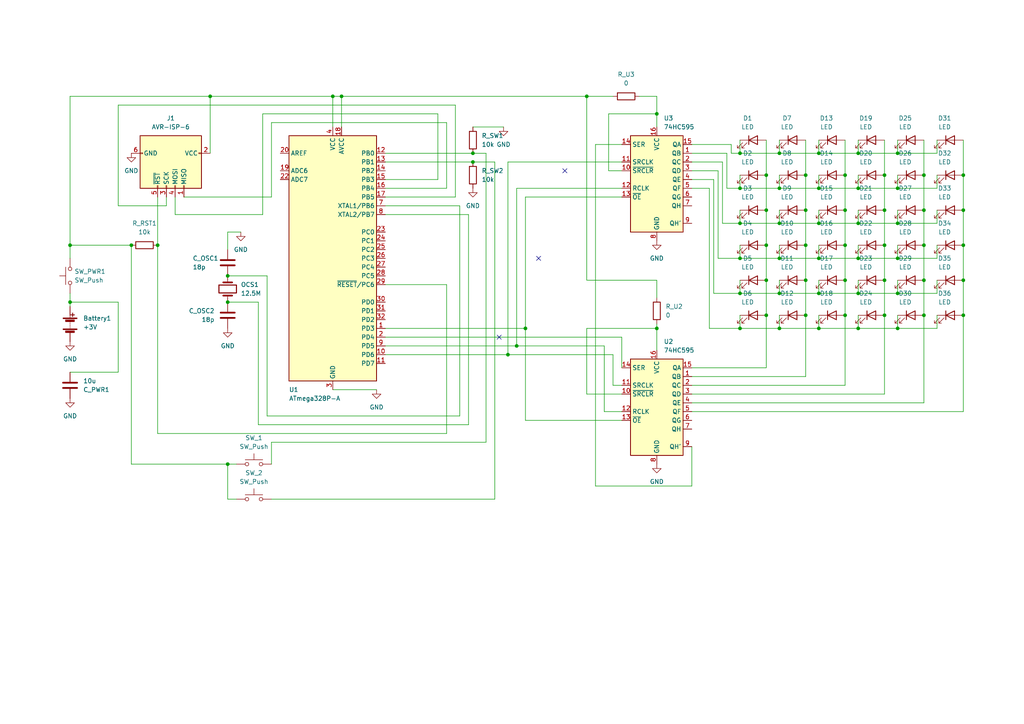
<source format=kicad_sch>
(kicad_sch (version 20211123) (generator eeschema)

  (uuid e63e39d7-6ac0-4ffd-8aa3-1841a4541b55)

  (paper "A4")

  (lib_symbols
    (symbol "74xx:74HC595" (in_bom yes) (on_board yes)
      (property "Reference" "U" (id 0) (at -7.62 13.97 0)
        (effects (font (size 1.27 1.27)))
      )
      (property "Value" "74HC595" (id 1) (at -7.62 -16.51 0)
        (effects (font (size 1.27 1.27)))
      )
      (property "Footprint" "" (id 2) (at 0 0 0)
        (effects (font (size 1.27 1.27)) hide)
      )
      (property "Datasheet" "http://www.ti.com/lit/ds/symlink/sn74hc595.pdf" (id 3) (at 0 0 0)
        (effects (font (size 1.27 1.27)) hide)
      )
      (property "ki_keywords" "HCMOS SR 3State" (id 4) (at 0 0 0)
        (effects (font (size 1.27 1.27)) hide)
      )
      (property "ki_description" "8-bit serial in/out Shift Register 3-State Outputs" (id 5) (at 0 0 0)
        (effects (font (size 1.27 1.27)) hide)
      )
      (property "ki_fp_filters" "DIP*W7.62mm* SOIC*3.9x9.9mm*P1.27mm* TSSOP*4.4x5mm*P0.65mm* SOIC*5.3x10.2mm*P1.27mm* SOIC*7.5x10.3mm*P1.27mm*" (id 6) (at 0 0 0)
        (effects (font (size 1.27 1.27)) hide)
      )
      (symbol "74HC595_1_0"
        (pin tri_state line (at 10.16 7.62 180) (length 2.54)
          (name "QB" (effects (font (size 1.27 1.27))))
          (number "1" (effects (font (size 1.27 1.27))))
        )
        (pin input line (at -10.16 2.54 0) (length 2.54)
          (name "~{SRCLR}" (effects (font (size 1.27 1.27))))
          (number "10" (effects (font (size 1.27 1.27))))
        )
        (pin input line (at -10.16 5.08 0) (length 2.54)
          (name "SRCLK" (effects (font (size 1.27 1.27))))
          (number "11" (effects (font (size 1.27 1.27))))
        )
        (pin input line (at -10.16 -2.54 0) (length 2.54)
          (name "RCLK" (effects (font (size 1.27 1.27))))
          (number "12" (effects (font (size 1.27 1.27))))
        )
        (pin input line (at -10.16 -5.08 0) (length 2.54)
          (name "~{OE}" (effects (font (size 1.27 1.27))))
          (number "13" (effects (font (size 1.27 1.27))))
        )
        (pin input line (at -10.16 10.16 0) (length 2.54)
          (name "SER" (effects (font (size 1.27 1.27))))
          (number "14" (effects (font (size 1.27 1.27))))
        )
        (pin tri_state line (at 10.16 10.16 180) (length 2.54)
          (name "QA" (effects (font (size 1.27 1.27))))
          (number "15" (effects (font (size 1.27 1.27))))
        )
        (pin power_in line (at 0 15.24 270) (length 2.54)
          (name "VCC" (effects (font (size 1.27 1.27))))
          (number "16" (effects (font (size 1.27 1.27))))
        )
        (pin tri_state line (at 10.16 5.08 180) (length 2.54)
          (name "QC" (effects (font (size 1.27 1.27))))
          (number "2" (effects (font (size 1.27 1.27))))
        )
        (pin tri_state line (at 10.16 2.54 180) (length 2.54)
          (name "QD" (effects (font (size 1.27 1.27))))
          (number "3" (effects (font (size 1.27 1.27))))
        )
        (pin tri_state line (at 10.16 0 180) (length 2.54)
          (name "QE" (effects (font (size 1.27 1.27))))
          (number "4" (effects (font (size 1.27 1.27))))
        )
        (pin tri_state line (at 10.16 -2.54 180) (length 2.54)
          (name "QF" (effects (font (size 1.27 1.27))))
          (number "5" (effects (font (size 1.27 1.27))))
        )
        (pin tri_state line (at 10.16 -5.08 180) (length 2.54)
          (name "QG" (effects (font (size 1.27 1.27))))
          (number "6" (effects (font (size 1.27 1.27))))
        )
        (pin tri_state line (at 10.16 -7.62 180) (length 2.54)
          (name "QH" (effects (font (size 1.27 1.27))))
          (number "7" (effects (font (size 1.27 1.27))))
        )
        (pin power_in line (at 0 -17.78 90) (length 2.54)
          (name "GND" (effects (font (size 1.27 1.27))))
          (number "8" (effects (font (size 1.27 1.27))))
        )
        (pin output line (at 10.16 -12.7 180) (length 2.54)
          (name "QH'" (effects (font (size 1.27 1.27))))
          (number "9" (effects (font (size 1.27 1.27))))
        )
      )
      (symbol "74HC595_1_1"
        (rectangle (start -7.62 12.7) (end 7.62 -15.24)
          (stroke (width 0.254) (type default) (color 0 0 0 0))
          (fill (type background))
        )
      )
    )
    (symbol "Connector:AVR-ISP-6" (pin_names (offset 1.016)) (in_bom yes) (on_board yes)
      (property "Reference" "J" (id 0) (at -6.35 11.43 0)
        (effects (font (size 1.27 1.27)) (justify left))
      )
      (property "Value" "AVR-ISP-6" (id 1) (at 0 11.43 0)
        (effects (font (size 1.27 1.27)) (justify left))
      )
      (property "Footprint" "" (id 2) (at -6.35 1.27 90)
        (effects (font (size 1.27 1.27)) hide)
      )
      (property "Datasheet" " ~" (id 3) (at -32.385 -13.97 0)
        (effects (font (size 1.27 1.27)) hide)
      )
      (property "ki_keywords" "AVR ISP Connector" (id 4) (at 0 0 0)
        (effects (font (size 1.27 1.27)) hide)
      )
      (property "ki_description" "Atmel 6-pin ISP connector" (id 5) (at 0 0 0)
        (effects (font (size 1.27 1.27)) hide)
      )
      (property "ki_fp_filters" "IDC?Header*2x03* Pin?Header*2x03*" (id 6) (at 0 0 0)
        (effects (font (size 1.27 1.27)) hide)
      )
      (symbol "AVR-ISP-6_0_1"
        (rectangle (start -2.667 -6.858) (end -2.413 -7.62)
          (stroke (width 0) (type default) (color 0 0 0 0))
          (fill (type none))
        )
        (rectangle (start -2.667 10.16) (end -2.413 9.398)
          (stroke (width 0) (type default) (color 0 0 0 0))
          (fill (type none))
        )
        (rectangle (start 7.62 -2.413) (end 6.858 -2.667)
          (stroke (width 0) (type default) (color 0 0 0 0))
          (fill (type none))
        )
        (rectangle (start 7.62 0.127) (end 6.858 -0.127)
          (stroke (width 0) (type default) (color 0 0 0 0))
          (fill (type none))
        )
        (rectangle (start 7.62 2.667) (end 6.858 2.413)
          (stroke (width 0) (type default) (color 0 0 0 0))
          (fill (type none))
        )
        (rectangle (start 7.62 5.207) (end 6.858 4.953)
          (stroke (width 0) (type default) (color 0 0 0 0))
          (fill (type none))
        )
        (rectangle (start 7.62 10.16) (end -7.62 -7.62)
          (stroke (width 0.254) (type default) (color 0 0 0 0))
          (fill (type background))
        )
      )
      (symbol "AVR-ISP-6_1_1"
        (pin passive line (at 10.16 5.08 180) (length 2.54)
          (name "MISO" (effects (font (size 1.27 1.27))))
          (number "1" (effects (font (size 1.27 1.27))))
        )
        (pin passive line (at -2.54 12.7 270) (length 2.54)
          (name "VCC" (effects (font (size 1.27 1.27))))
          (number "2" (effects (font (size 1.27 1.27))))
        )
        (pin passive line (at 10.16 0 180) (length 2.54)
          (name "SCK" (effects (font (size 1.27 1.27))))
          (number "3" (effects (font (size 1.27 1.27))))
        )
        (pin passive line (at 10.16 2.54 180) (length 2.54)
          (name "MOSI" (effects (font (size 1.27 1.27))))
          (number "4" (effects (font (size 1.27 1.27))))
        )
        (pin passive line (at 10.16 -2.54 180) (length 2.54)
          (name "~{RST}" (effects (font (size 1.27 1.27))))
          (number "5" (effects (font (size 1.27 1.27))))
        )
        (pin passive line (at -2.54 -10.16 90) (length 2.54)
          (name "GND" (effects (font (size 1.27 1.27))))
          (number "6" (effects (font (size 1.27 1.27))))
        )
      )
    )
    (symbol "Device:Battery" (pin_numbers hide) (pin_names (offset 0) hide) (in_bom yes) (on_board yes)
      (property "Reference" "BT" (id 0) (at 2.54 2.54 0)
        (effects (font (size 1.27 1.27)) (justify left))
      )
      (property "Value" "Battery" (id 1) (at 2.54 0 0)
        (effects (font (size 1.27 1.27)) (justify left))
      )
      (property "Footprint" "" (id 2) (at 0 1.524 90)
        (effects (font (size 1.27 1.27)) hide)
      )
      (property "Datasheet" "~" (id 3) (at 0 1.524 90)
        (effects (font (size 1.27 1.27)) hide)
      )
      (property "ki_keywords" "batt voltage-source cell" (id 4) (at 0 0 0)
        (effects (font (size 1.27 1.27)) hide)
      )
      (property "ki_description" "Multiple-cell battery" (id 5) (at 0 0 0)
        (effects (font (size 1.27 1.27)) hide)
      )
      (symbol "Battery_0_1"
        (rectangle (start -2.032 -1.397) (end 2.032 -1.651)
          (stroke (width 0) (type default) (color 0 0 0 0))
          (fill (type outline))
        )
        (rectangle (start -2.032 1.778) (end 2.032 1.524)
          (stroke (width 0) (type default) (color 0 0 0 0))
          (fill (type outline))
        )
        (rectangle (start -1.3208 -1.9812) (end 1.27 -2.4892)
          (stroke (width 0) (type default) (color 0 0 0 0))
          (fill (type outline))
        )
        (rectangle (start -1.3208 1.1938) (end 1.27 0.6858)
          (stroke (width 0) (type default) (color 0 0 0 0))
          (fill (type outline))
        )
        (polyline
          (pts
            (xy 0 -1.524)
            (xy 0 -1.27)
          )
          (stroke (width 0) (type default) (color 0 0 0 0))
          (fill (type none))
        )
        (polyline
          (pts
            (xy 0 -1.016)
            (xy 0 -0.762)
          )
          (stroke (width 0) (type default) (color 0 0 0 0))
          (fill (type none))
        )
        (polyline
          (pts
            (xy 0 -0.508)
            (xy 0 -0.254)
          )
          (stroke (width 0) (type default) (color 0 0 0 0))
          (fill (type none))
        )
        (polyline
          (pts
            (xy 0 0)
            (xy 0 0.254)
          )
          (stroke (width 0) (type default) (color 0 0 0 0))
          (fill (type none))
        )
        (polyline
          (pts
            (xy 0 0.508)
            (xy 0 0.762)
          )
          (stroke (width 0) (type default) (color 0 0 0 0))
          (fill (type none))
        )
        (polyline
          (pts
            (xy 0 1.778)
            (xy 0 2.54)
          )
          (stroke (width 0) (type default) (color 0 0 0 0))
          (fill (type none))
        )
        (polyline
          (pts
            (xy 0.254 2.667)
            (xy 1.27 2.667)
          )
          (stroke (width 0.254) (type default) (color 0 0 0 0))
          (fill (type none))
        )
        (polyline
          (pts
            (xy 0.762 3.175)
            (xy 0.762 2.159)
          )
          (stroke (width 0.254) (type default) (color 0 0 0 0))
          (fill (type none))
        )
      )
      (symbol "Battery_1_1"
        (pin passive line (at 0 5.08 270) (length 2.54)
          (name "+" (effects (font (size 1.27 1.27))))
          (number "1" (effects (font (size 1.27 1.27))))
        )
        (pin passive line (at 0 -5.08 90) (length 2.54)
          (name "-" (effects (font (size 1.27 1.27))))
          (number "2" (effects (font (size 1.27 1.27))))
        )
      )
    )
    (symbol "Device:C" (pin_numbers hide) (pin_names (offset 0.254)) (in_bom yes) (on_board yes)
      (property "Reference" "C" (id 0) (at 0.635 2.54 0)
        (effects (font (size 1.27 1.27)) (justify left))
      )
      (property "Value" "C" (id 1) (at 0.635 -2.54 0)
        (effects (font (size 1.27 1.27)) (justify left))
      )
      (property "Footprint" "" (id 2) (at 0.9652 -3.81 0)
        (effects (font (size 1.27 1.27)) hide)
      )
      (property "Datasheet" "~" (id 3) (at 0 0 0)
        (effects (font (size 1.27 1.27)) hide)
      )
      (property "ki_keywords" "cap capacitor" (id 4) (at 0 0 0)
        (effects (font (size 1.27 1.27)) hide)
      )
      (property "ki_description" "Unpolarized capacitor" (id 5) (at 0 0 0)
        (effects (font (size 1.27 1.27)) hide)
      )
      (property "ki_fp_filters" "C_*" (id 6) (at 0 0 0)
        (effects (font (size 1.27 1.27)) hide)
      )
      (symbol "C_0_1"
        (polyline
          (pts
            (xy -2.032 -0.762)
            (xy 2.032 -0.762)
          )
          (stroke (width 0.508) (type default) (color 0 0 0 0))
          (fill (type none))
        )
        (polyline
          (pts
            (xy -2.032 0.762)
            (xy 2.032 0.762)
          )
          (stroke (width 0.508) (type default) (color 0 0 0 0))
          (fill (type none))
        )
      )
      (symbol "C_1_1"
        (pin passive line (at 0 3.81 270) (length 2.794)
          (name "~" (effects (font (size 1.27 1.27))))
          (number "1" (effects (font (size 1.27 1.27))))
        )
        (pin passive line (at 0 -3.81 90) (length 2.794)
          (name "~" (effects (font (size 1.27 1.27))))
          (number "2" (effects (font (size 1.27 1.27))))
        )
      )
    )
    (symbol "Device:Crystal" (pin_numbers hide) (pin_names (offset 1.016) hide) (in_bom yes) (on_board yes)
      (property "Reference" "Y" (id 0) (at 0 3.81 0)
        (effects (font (size 1.27 1.27)))
      )
      (property "Value" "Crystal" (id 1) (at 0 -3.81 0)
        (effects (font (size 1.27 1.27)))
      )
      (property "Footprint" "" (id 2) (at 0 0 0)
        (effects (font (size 1.27 1.27)) hide)
      )
      (property "Datasheet" "~" (id 3) (at 0 0 0)
        (effects (font (size 1.27 1.27)) hide)
      )
      (property "ki_keywords" "quartz ceramic resonator oscillator" (id 4) (at 0 0 0)
        (effects (font (size 1.27 1.27)) hide)
      )
      (property "ki_description" "Two pin crystal" (id 5) (at 0 0 0)
        (effects (font (size 1.27 1.27)) hide)
      )
      (property "ki_fp_filters" "Crystal*" (id 6) (at 0 0 0)
        (effects (font (size 1.27 1.27)) hide)
      )
      (symbol "Crystal_0_1"
        (rectangle (start -1.143 2.54) (end 1.143 -2.54)
          (stroke (width 0.3048) (type default) (color 0 0 0 0))
          (fill (type none))
        )
        (polyline
          (pts
            (xy -2.54 0)
            (xy -1.905 0)
          )
          (stroke (width 0) (type default) (color 0 0 0 0))
          (fill (type none))
        )
        (polyline
          (pts
            (xy -1.905 -1.27)
            (xy -1.905 1.27)
          )
          (stroke (width 0.508) (type default) (color 0 0 0 0))
          (fill (type none))
        )
        (polyline
          (pts
            (xy 1.905 -1.27)
            (xy 1.905 1.27)
          )
          (stroke (width 0.508) (type default) (color 0 0 0 0))
          (fill (type none))
        )
        (polyline
          (pts
            (xy 2.54 0)
            (xy 1.905 0)
          )
          (stroke (width 0) (type default) (color 0 0 0 0))
          (fill (type none))
        )
      )
      (symbol "Crystal_1_1"
        (pin passive line (at -3.81 0 0) (length 1.27)
          (name "1" (effects (font (size 1.27 1.27))))
          (number "1" (effects (font (size 1.27 1.27))))
        )
        (pin passive line (at 3.81 0 180) (length 1.27)
          (name "2" (effects (font (size 1.27 1.27))))
          (number "2" (effects (font (size 1.27 1.27))))
        )
      )
    )
    (symbol "Device:LED" (pin_numbers hide) (pin_names (offset 1.016) hide) (in_bom yes) (on_board yes)
      (property "Reference" "D" (id 0) (at 0 2.54 0)
        (effects (font (size 1.27 1.27)))
      )
      (property "Value" "LED" (id 1) (at 0 -2.54 0)
        (effects (font (size 1.27 1.27)))
      )
      (property "Footprint" "" (id 2) (at 0 0 0)
        (effects (font (size 1.27 1.27)) hide)
      )
      (property "Datasheet" "~" (id 3) (at 0 0 0)
        (effects (font (size 1.27 1.27)) hide)
      )
      (property "ki_keywords" "LED diode" (id 4) (at 0 0 0)
        (effects (font (size 1.27 1.27)) hide)
      )
      (property "ki_description" "Light emitting diode" (id 5) (at 0 0 0)
        (effects (font (size 1.27 1.27)) hide)
      )
      (property "ki_fp_filters" "LED* LED_SMD:* LED_THT:*" (id 6) (at 0 0 0)
        (effects (font (size 1.27 1.27)) hide)
      )
      (symbol "LED_0_1"
        (polyline
          (pts
            (xy -1.27 -1.27)
            (xy -1.27 1.27)
          )
          (stroke (width 0.254) (type default) (color 0 0 0 0))
          (fill (type none))
        )
        (polyline
          (pts
            (xy -1.27 0)
            (xy 1.27 0)
          )
          (stroke (width 0) (type default) (color 0 0 0 0))
          (fill (type none))
        )
        (polyline
          (pts
            (xy 1.27 -1.27)
            (xy 1.27 1.27)
            (xy -1.27 0)
            (xy 1.27 -1.27)
          )
          (stroke (width 0.254) (type default) (color 0 0 0 0))
          (fill (type none))
        )
        (polyline
          (pts
            (xy -3.048 -0.762)
            (xy -4.572 -2.286)
            (xy -3.81 -2.286)
            (xy -4.572 -2.286)
            (xy -4.572 -1.524)
          )
          (stroke (width 0) (type default) (color 0 0 0 0))
          (fill (type none))
        )
        (polyline
          (pts
            (xy -1.778 -0.762)
            (xy -3.302 -2.286)
            (xy -2.54 -2.286)
            (xy -3.302 -2.286)
            (xy -3.302 -1.524)
          )
          (stroke (width 0) (type default) (color 0 0 0 0))
          (fill (type none))
        )
      )
      (symbol "LED_1_1"
        (pin passive line (at -3.81 0 0) (length 2.54)
          (name "K" (effects (font (size 1.27 1.27))))
          (number "1" (effects (font (size 1.27 1.27))))
        )
        (pin passive line (at 3.81 0 180) (length 2.54)
          (name "A" (effects (font (size 1.27 1.27))))
          (number "2" (effects (font (size 1.27 1.27))))
        )
      )
    )
    (symbol "Device:R" (pin_numbers hide) (pin_names (offset 0)) (in_bom yes) (on_board yes)
      (property "Reference" "R" (id 0) (at 2.032 0 90)
        (effects (font (size 1.27 1.27)))
      )
      (property "Value" "R" (id 1) (at 0 0 90)
        (effects (font (size 1.27 1.27)))
      )
      (property "Footprint" "" (id 2) (at -1.778 0 90)
        (effects (font (size 1.27 1.27)) hide)
      )
      (property "Datasheet" "~" (id 3) (at 0 0 0)
        (effects (font (size 1.27 1.27)) hide)
      )
      (property "ki_keywords" "R res resistor" (id 4) (at 0 0 0)
        (effects (font (size 1.27 1.27)) hide)
      )
      (property "ki_description" "Resistor" (id 5) (at 0 0 0)
        (effects (font (size 1.27 1.27)) hide)
      )
      (property "ki_fp_filters" "R_*" (id 6) (at 0 0 0)
        (effects (font (size 1.27 1.27)) hide)
      )
      (symbol "R_0_1"
        (rectangle (start -1.016 -2.54) (end 1.016 2.54)
          (stroke (width 0.254) (type default) (color 0 0 0 0))
          (fill (type none))
        )
      )
      (symbol "R_1_1"
        (pin passive line (at 0 3.81 270) (length 1.27)
          (name "~" (effects (font (size 1.27 1.27))))
          (number "1" (effects (font (size 1.27 1.27))))
        )
        (pin passive line (at 0 -3.81 90) (length 1.27)
          (name "~" (effects (font (size 1.27 1.27))))
          (number "2" (effects (font (size 1.27 1.27))))
        )
      )
    )
    (symbol "MCU_Microchip_ATmega:ATmega328P-A" (in_bom yes) (on_board yes)
      (property "Reference" "U" (id 0) (at -12.7 36.83 0)
        (effects (font (size 1.27 1.27)) (justify left bottom))
      )
      (property "Value" "ATmega328P-A" (id 1) (at 2.54 -36.83 0)
        (effects (font (size 1.27 1.27)) (justify left top))
      )
      (property "Footprint" "Package_QFP:TQFP-32_7x7mm_P0.8mm" (id 2) (at 0 0 0)
        (effects (font (size 1.27 1.27) italic) hide)
      )
      (property "Datasheet" "http://ww1.microchip.com/downloads/en/DeviceDoc/ATmega328_P%20AVR%20MCU%20with%20picoPower%20Technology%20Data%20Sheet%2040001984A.pdf" (id 3) (at 0 0 0)
        (effects (font (size 1.27 1.27)) hide)
      )
      (property "ki_keywords" "AVR 8bit Microcontroller MegaAVR PicoPower" (id 4) (at 0 0 0)
        (effects (font (size 1.27 1.27)) hide)
      )
      (property "ki_description" "20MHz, 32kB Flash, 2kB SRAM, 1kB EEPROM, TQFP-32" (id 5) (at 0 0 0)
        (effects (font (size 1.27 1.27)) hide)
      )
      (property "ki_fp_filters" "TQFP*7x7mm*P0.8mm*" (id 6) (at 0 0 0)
        (effects (font (size 1.27 1.27)) hide)
      )
      (symbol "ATmega328P-A_0_1"
        (rectangle (start -12.7 -35.56) (end 12.7 35.56)
          (stroke (width 0.254) (type default) (color 0 0 0 0))
          (fill (type background))
        )
      )
      (symbol "ATmega328P-A_1_1"
        (pin bidirectional line (at 15.24 -20.32 180) (length 2.54)
          (name "PD3" (effects (font (size 1.27 1.27))))
          (number "1" (effects (font (size 1.27 1.27))))
        )
        (pin bidirectional line (at 15.24 -27.94 180) (length 2.54)
          (name "PD6" (effects (font (size 1.27 1.27))))
          (number "10" (effects (font (size 1.27 1.27))))
        )
        (pin bidirectional line (at 15.24 -30.48 180) (length 2.54)
          (name "PD7" (effects (font (size 1.27 1.27))))
          (number "11" (effects (font (size 1.27 1.27))))
        )
        (pin bidirectional line (at 15.24 30.48 180) (length 2.54)
          (name "PB0" (effects (font (size 1.27 1.27))))
          (number "12" (effects (font (size 1.27 1.27))))
        )
        (pin bidirectional line (at 15.24 27.94 180) (length 2.54)
          (name "PB1" (effects (font (size 1.27 1.27))))
          (number "13" (effects (font (size 1.27 1.27))))
        )
        (pin bidirectional line (at 15.24 25.4 180) (length 2.54)
          (name "PB2" (effects (font (size 1.27 1.27))))
          (number "14" (effects (font (size 1.27 1.27))))
        )
        (pin bidirectional line (at 15.24 22.86 180) (length 2.54)
          (name "PB3" (effects (font (size 1.27 1.27))))
          (number "15" (effects (font (size 1.27 1.27))))
        )
        (pin bidirectional line (at 15.24 20.32 180) (length 2.54)
          (name "PB4" (effects (font (size 1.27 1.27))))
          (number "16" (effects (font (size 1.27 1.27))))
        )
        (pin bidirectional line (at 15.24 17.78 180) (length 2.54)
          (name "PB5" (effects (font (size 1.27 1.27))))
          (number "17" (effects (font (size 1.27 1.27))))
        )
        (pin power_in line (at 2.54 38.1 270) (length 2.54)
          (name "AVCC" (effects (font (size 1.27 1.27))))
          (number "18" (effects (font (size 1.27 1.27))))
        )
        (pin input line (at -15.24 25.4 0) (length 2.54)
          (name "ADC6" (effects (font (size 1.27 1.27))))
          (number "19" (effects (font (size 1.27 1.27))))
        )
        (pin bidirectional line (at 15.24 -22.86 180) (length 2.54)
          (name "PD4" (effects (font (size 1.27 1.27))))
          (number "2" (effects (font (size 1.27 1.27))))
        )
        (pin passive line (at -15.24 30.48 0) (length 2.54)
          (name "AREF" (effects (font (size 1.27 1.27))))
          (number "20" (effects (font (size 1.27 1.27))))
        )
        (pin passive line (at 0 -38.1 90) (length 2.54) hide
          (name "GND" (effects (font (size 1.27 1.27))))
          (number "21" (effects (font (size 1.27 1.27))))
        )
        (pin input line (at -15.24 22.86 0) (length 2.54)
          (name "ADC7" (effects (font (size 1.27 1.27))))
          (number "22" (effects (font (size 1.27 1.27))))
        )
        (pin bidirectional line (at 15.24 7.62 180) (length 2.54)
          (name "PC0" (effects (font (size 1.27 1.27))))
          (number "23" (effects (font (size 1.27 1.27))))
        )
        (pin bidirectional line (at 15.24 5.08 180) (length 2.54)
          (name "PC1" (effects (font (size 1.27 1.27))))
          (number "24" (effects (font (size 1.27 1.27))))
        )
        (pin bidirectional line (at 15.24 2.54 180) (length 2.54)
          (name "PC2" (effects (font (size 1.27 1.27))))
          (number "25" (effects (font (size 1.27 1.27))))
        )
        (pin bidirectional line (at 15.24 0 180) (length 2.54)
          (name "PC3" (effects (font (size 1.27 1.27))))
          (number "26" (effects (font (size 1.27 1.27))))
        )
        (pin bidirectional line (at 15.24 -2.54 180) (length 2.54)
          (name "PC4" (effects (font (size 1.27 1.27))))
          (number "27" (effects (font (size 1.27 1.27))))
        )
        (pin bidirectional line (at 15.24 -5.08 180) (length 2.54)
          (name "PC5" (effects (font (size 1.27 1.27))))
          (number "28" (effects (font (size 1.27 1.27))))
        )
        (pin bidirectional line (at 15.24 -7.62 180) (length 2.54)
          (name "~{RESET}/PC6" (effects (font (size 1.27 1.27))))
          (number "29" (effects (font (size 1.27 1.27))))
        )
        (pin power_in line (at 0 -38.1 90) (length 2.54)
          (name "GND" (effects (font (size 1.27 1.27))))
          (number "3" (effects (font (size 1.27 1.27))))
        )
        (pin bidirectional line (at 15.24 -12.7 180) (length 2.54)
          (name "PD0" (effects (font (size 1.27 1.27))))
          (number "30" (effects (font (size 1.27 1.27))))
        )
        (pin bidirectional line (at 15.24 -15.24 180) (length 2.54)
          (name "PD1" (effects (font (size 1.27 1.27))))
          (number "31" (effects (font (size 1.27 1.27))))
        )
        (pin bidirectional line (at 15.24 -17.78 180) (length 2.54)
          (name "PD2" (effects (font (size 1.27 1.27))))
          (number "32" (effects (font (size 1.27 1.27))))
        )
        (pin power_in line (at 0 38.1 270) (length 2.54)
          (name "VCC" (effects (font (size 1.27 1.27))))
          (number "4" (effects (font (size 1.27 1.27))))
        )
        (pin passive line (at 0 -38.1 90) (length 2.54) hide
          (name "GND" (effects (font (size 1.27 1.27))))
          (number "5" (effects (font (size 1.27 1.27))))
        )
        (pin passive line (at 0 38.1 270) (length 2.54) hide
          (name "VCC" (effects (font (size 1.27 1.27))))
          (number "6" (effects (font (size 1.27 1.27))))
        )
        (pin bidirectional line (at 15.24 15.24 180) (length 2.54)
          (name "XTAL1/PB6" (effects (font (size 1.27 1.27))))
          (number "7" (effects (font (size 1.27 1.27))))
        )
        (pin bidirectional line (at 15.24 12.7 180) (length 2.54)
          (name "XTAL2/PB7" (effects (font (size 1.27 1.27))))
          (number "8" (effects (font (size 1.27 1.27))))
        )
        (pin bidirectional line (at 15.24 -25.4 180) (length 2.54)
          (name "PD5" (effects (font (size 1.27 1.27))))
          (number "9" (effects (font (size 1.27 1.27))))
        )
      )
    )
    (symbol "Switch:SW_Push" (pin_numbers hide) (pin_names (offset 1.016) hide) (in_bom yes) (on_board yes)
      (property "Reference" "SW" (id 0) (at 1.27 2.54 0)
        (effects (font (size 1.27 1.27)) (justify left))
      )
      (property "Value" "SW_Push" (id 1) (at 0 -1.524 0)
        (effects (font (size 1.27 1.27)))
      )
      (property "Footprint" "" (id 2) (at 0 5.08 0)
        (effects (font (size 1.27 1.27)) hide)
      )
      (property "Datasheet" "~" (id 3) (at 0 5.08 0)
        (effects (font (size 1.27 1.27)) hide)
      )
      (property "ki_keywords" "switch normally-open pushbutton push-button" (id 4) (at 0 0 0)
        (effects (font (size 1.27 1.27)) hide)
      )
      (property "ki_description" "Push button switch, generic, two pins" (id 5) (at 0 0 0)
        (effects (font (size 1.27 1.27)) hide)
      )
      (symbol "SW_Push_0_1"
        (circle (center -2.032 0) (radius 0.508)
          (stroke (width 0) (type default) (color 0 0 0 0))
          (fill (type none))
        )
        (polyline
          (pts
            (xy 0 1.27)
            (xy 0 3.048)
          )
          (stroke (width 0) (type default) (color 0 0 0 0))
          (fill (type none))
        )
        (polyline
          (pts
            (xy 2.54 1.27)
            (xy -2.54 1.27)
          )
          (stroke (width 0) (type default) (color 0 0 0 0))
          (fill (type none))
        )
        (circle (center 2.032 0) (radius 0.508)
          (stroke (width 0) (type default) (color 0 0 0 0))
          (fill (type none))
        )
        (pin passive line (at -5.08 0 0) (length 2.54)
          (name "1" (effects (font (size 1.27 1.27))))
          (number "1" (effects (font (size 1.27 1.27))))
        )
        (pin passive line (at 5.08 0 180) (length 2.54)
          (name "2" (effects (font (size 1.27 1.27))))
          (number "2" (effects (font (size 1.27 1.27))))
        )
      )
    )
    (symbol "power:GND" (power) (pin_names (offset 0)) (in_bom yes) (on_board yes)
      (property "Reference" "#PWR" (id 0) (at 0 -6.35 0)
        (effects (font (size 1.27 1.27)) hide)
      )
      (property "Value" "GND" (id 1) (at 0 -3.81 0)
        (effects (font (size 1.27 1.27)))
      )
      (property "Footprint" "" (id 2) (at 0 0 0)
        (effects (font (size 1.27 1.27)) hide)
      )
      (property "Datasheet" "" (id 3) (at 0 0 0)
        (effects (font (size 1.27 1.27)) hide)
      )
      (property "ki_keywords" "power-flag" (id 4) (at 0 0 0)
        (effects (font (size 1.27 1.27)) hide)
      )
      (property "ki_description" "Power symbol creates a global label with name \"GND\" , ground" (id 5) (at 0 0 0)
        (effects (font (size 1.27 1.27)) hide)
      )
      (symbol "GND_0_1"
        (polyline
          (pts
            (xy 0 0)
            (xy 0 -1.27)
            (xy 1.27 -1.27)
            (xy 0 -2.54)
            (xy -1.27 -1.27)
            (xy 0 -1.27)
          )
          (stroke (width 0) (type default) (color 0 0 0 0))
          (fill (type none))
        )
      )
      (symbol "GND_1_1"
        (pin power_in line (at 0 0 270) (length 0) hide
          (name "GND" (effects (font (size 1.27 1.27))))
          (number "1" (effects (font (size 1.27 1.27))))
        )
      )
    )
  )

  (junction (at 233.68 91.44) (diameter 0) (color 0 0 0 0)
    (uuid 051eec55-ee2d-448a-b36b-1abb35798ad0)
  )
  (junction (at 214.63 44.45) (diameter 0) (color 0 0 0 0)
    (uuid 05482823-98b4-4b7e-995c-bf6b4f835919)
  )
  (junction (at 66.04 80.01) (diameter 0) (color 0 0 0 0)
    (uuid 05c68271-7adc-4019-9516-6f23eb33026f)
  )
  (junction (at 245.11 81.28) (diameter 0) (color 0 0 0 0)
    (uuid 08d0bef6-aca4-4532-8842-a3858218082b)
  )
  (junction (at 222.25 50.8) (diameter 0) (color 0 0 0 0)
    (uuid 0ad77daf-1849-4c9b-b3fd-d34dd438ec63)
  )
  (junction (at 233.68 60.96) (diameter 0) (color 0 0 0 0)
    (uuid 0add97f3-19ff-4892-9f24-9628c93a966c)
  )
  (junction (at 237.49 54.61) (diameter 0) (color 0 0 0 0)
    (uuid 0e832977-0708-4f29-87e1-85a6a545fe52)
  )
  (junction (at 20.32 87.63) (diameter 0) (color 0 0 0 0)
    (uuid 1279abaf-f11a-4e41-8bbb-e59c20d5d756)
  )
  (junction (at 260.35 74.93) (diameter 0) (color 0 0 0 0)
    (uuid 1ff9d0eb-b91b-405c-97e3-b87c8b591aca)
  )
  (junction (at 260.35 54.61) (diameter 0) (color 0 0 0 0)
    (uuid 26632b77-2979-4250-b5bf-cfb44f27e320)
  )
  (junction (at 267.97 71.12) (diameter 0) (color 0 0 0 0)
    (uuid 305bf721-c952-42b1-ba91-6b1df05b8798)
  )
  (junction (at 248.92 74.93) (diameter 0) (color 0 0 0 0)
    (uuid 32b4d4a4-57ec-4103-bdf5-808c4be60059)
  )
  (junction (at 190.5 95.25) (diameter 0) (color 0 0 0 0)
    (uuid 3529cc73-56a2-45a1-95e9-b7e1901a32ca)
  )
  (junction (at 267.97 60.96) (diameter 0) (color 0 0 0 0)
    (uuid 37b1db58-91f9-4c13-9acc-9ca8bc9a3995)
  )
  (junction (at 237.49 64.77) (diameter 0) (color 0 0 0 0)
    (uuid 394522ca-81e9-4e90-8626-243061bd7a5f)
  )
  (junction (at 222.25 71.12) (diameter 0) (color 0 0 0 0)
    (uuid 3d1ab407-0ce6-4daa-a7c1-1491f047856a)
  )
  (junction (at 248.92 95.25) (diameter 0) (color 0 0 0 0)
    (uuid 429f300a-5a92-4aca-a9e6-ea0cb6ea6035)
  )
  (junction (at 190.5 33.02) (diameter 0) (color 0 0 0 0)
    (uuid 4395f474-d8ed-4ab3-9f12-eb2f60d3f7bc)
  )
  (junction (at 20.32 71.12) (diameter 0) (color 0 0 0 0)
    (uuid 45b4eeb6-09aa-484e-9118-dda7306fea9b)
  )
  (junction (at 248.92 64.77) (diameter 0) (color 0 0 0 0)
    (uuid 4616eb50-deaf-4ce5-9ffe-d0df3d2dfd5a)
  )
  (junction (at 245.11 71.12) (diameter 0) (color 0 0 0 0)
    (uuid 4718bf96-4876-415b-99b2-a6d7f0a479c3)
  )
  (junction (at 214.63 74.93) (diameter 0) (color 0 0 0 0)
    (uuid 483d5d72-76b4-4275-b034-7206e3bd348b)
  )
  (junction (at 279.4 71.12) (diameter 0) (color 0 0 0 0)
    (uuid 4d83a111-1ec3-4cac-b3aa-e6913d7a5de7)
  )
  (junction (at 137.16 46.99) (diameter 0) (color 0 0 0 0)
    (uuid 504cc5ac-a420-450a-adcd-be4f0f2a3bd9)
  )
  (junction (at 137.16 44.45) (diameter 0) (color 0 0 0 0)
    (uuid 51a558a1-0cf6-4e77-b5c9-138f16db15f2)
  )
  (junction (at 260.35 64.77) (diameter 0) (color 0 0 0 0)
    (uuid 535de33c-5e46-4c02-90e5-67732d4e09fa)
  )
  (junction (at 222.25 91.44) (diameter 0) (color 0 0 0 0)
    (uuid 5466466e-90a8-4fca-834d-0e8df54b8cf8)
  )
  (junction (at 267.97 81.28) (diameter 0) (color 0 0 0 0)
    (uuid 58f98d78-ace1-4a4a-bc88-d4fd0cb4c026)
  )
  (junction (at 245.11 60.96) (diameter 0) (color 0 0 0 0)
    (uuid 6044f292-b59a-4fe7-addb-f04955c6df87)
  )
  (junction (at 260.35 44.45) (diameter 0) (color 0 0 0 0)
    (uuid 68310c4e-0071-4157-a0f6-ce160d0b5e14)
  )
  (junction (at 226.06 54.61) (diameter 0) (color 0 0 0 0)
    (uuid 6eeb7f41-f5fd-4a12-bd06-ad2c458e510f)
  )
  (junction (at 214.63 54.61) (diameter 0) (color 0 0 0 0)
    (uuid 75b99e14-0cb1-456d-bbe0-4bb62d95a96c)
  )
  (junction (at 260.35 85.09) (diameter 0) (color 0 0 0 0)
    (uuid 7ddd5fc4-c4b6-477b-b6cb-fb29deabb05a)
  )
  (junction (at 222.25 81.28) (diameter 0) (color 0 0 0 0)
    (uuid 821a808c-384f-4d63-abfe-53b76021f82a)
  )
  (junction (at 237.49 95.25) (diameter 0) (color 0 0 0 0)
    (uuid 8354cac2-e913-491b-905c-7e241c287957)
  )
  (junction (at 279.4 60.96) (diameter 0) (color 0 0 0 0)
    (uuid 8d5878e6-2e09-49e7-81bf-29fe38aca025)
  )
  (junction (at 226.06 74.93) (diameter 0) (color 0 0 0 0)
    (uuid 8e14c390-ea4f-4b10-9c3d-43019637db83)
  )
  (junction (at 60.96 27.94) (diameter 0) (color 0 0 0 0)
    (uuid 8f975eec-a313-4f89-80bd-46111a8e3bf9)
  )
  (junction (at 260.35 95.25) (diameter 0) (color 0 0 0 0)
    (uuid 97bb0223-6128-4655-86cd-640ceb89ee14)
  )
  (junction (at 245.11 50.8) (diameter 0) (color 0 0 0 0)
    (uuid 97f23d68-7437-40f9-8b5f-6e8023fc1fcf)
  )
  (junction (at 214.63 95.25) (diameter 0) (color 0 0 0 0)
    (uuid 9999f103-2d16-4770-bc73-60ab24c34a0b)
  )
  (junction (at 279.4 50.8) (diameter 0) (color 0 0 0 0)
    (uuid a00fd046-75ab-4ef5-9108-9abb801da083)
  )
  (junction (at 45.72 71.12) (diameter 0) (color 0 0 0 0)
    (uuid a288e283-a757-4509-bcd1-104ee1af0cfd)
  )
  (junction (at 256.54 91.44) (diameter 0) (color 0 0 0 0)
    (uuid a405b072-338d-44a6-94ac-9e9f2a1982dc)
  )
  (junction (at 256.54 81.28) (diameter 0) (color 0 0 0 0)
    (uuid a4b55c2b-9b3c-41c8-95f9-a44409460461)
  )
  (junction (at 256.54 50.8) (diameter 0) (color 0 0 0 0)
    (uuid a96cb5fd-4d55-4cea-ad3e-28706b9895e7)
  )
  (junction (at 233.68 81.28) (diameter 0) (color 0 0 0 0)
    (uuid a9b57c3a-5d88-49f0-a006-c6a7c85afaa6)
  )
  (junction (at 149.86 100.33) (diameter 0) (color 0 0 0 0)
    (uuid ab3637e7-deb4-46d8-bae4-643491d5dab6)
  )
  (junction (at 256.54 71.12) (diameter 0) (color 0 0 0 0)
    (uuid ada8bc05-eb5b-4bde-9f45-2c1d7d4b4baa)
  )
  (junction (at 233.68 71.12) (diameter 0) (color 0 0 0 0)
    (uuid b16d938b-ef37-4c5b-b233-5eacf5e88fda)
  )
  (junction (at 248.92 44.45) (diameter 0) (color 0 0 0 0)
    (uuid b1db424b-b881-4393-ad78-5a137518e499)
  )
  (junction (at 38.1 71.12) (diameter 0) (color 0 0 0 0)
    (uuid b24f5e66-f5ee-4a22-be49-01867482cf72)
  )
  (junction (at 267.97 91.44) (diameter 0) (color 0 0 0 0)
    (uuid b53b93bd-d537-4395-acfc-36401b0a523e)
  )
  (junction (at 226.06 95.25) (diameter 0) (color 0 0 0 0)
    (uuid b6cc2e63-cb3b-4a02-b79e-8c5185ba43d9)
  )
  (junction (at 248.92 54.61) (diameter 0) (color 0 0 0 0)
    (uuid b9e047d8-f162-48ad-a69f-24018f761cb8)
  )
  (junction (at 237.49 85.09) (diameter 0) (color 0 0 0 0)
    (uuid bae9d92a-a436-4bd7-bf33-5d5aa5df3d49)
  )
  (junction (at 96.52 27.94) (diameter 0) (color 0 0 0 0)
    (uuid bc9cea1f-a41b-4c64-97b4-cd2235412ed7)
  )
  (junction (at 222.25 60.96) (diameter 0) (color 0 0 0 0)
    (uuid bdd39f22-2d60-4141-9846-d2f11a2ec0a4)
  )
  (junction (at 245.11 91.44) (diameter 0) (color 0 0 0 0)
    (uuid bf101787-382e-46c0-941e-e436bbbfd07f)
  )
  (junction (at 226.06 64.77) (diameter 0) (color 0 0 0 0)
    (uuid c4dda9e6-9bd3-4c2e-92b4-13d7af8cafe7)
  )
  (junction (at 237.49 74.93) (diameter 0) (color 0 0 0 0)
    (uuid ca5816eb-3edd-428e-95e4-64e6f241ec01)
  )
  (junction (at 214.63 64.77) (diameter 0) (color 0 0 0 0)
    (uuid cbb03d0c-4a8f-4c89-aaa2-9b16b8976086)
  )
  (junction (at 256.54 60.96) (diameter 0) (color 0 0 0 0)
    (uuid cc47a2cb-a3df-45cb-8668-494a641e5387)
  )
  (junction (at 237.49 44.45) (diameter 0) (color 0 0 0 0)
    (uuid cd913d02-4a14-4d48-9f21-64d173f270ce)
  )
  (junction (at 170.18 27.94) (diameter 0) (color 0 0 0 0)
    (uuid d7066203-73fd-4994-b5c7-c564e2f33922)
  )
  (junction (at 214.63 85.09) (diameter 0) (color 0 0 0 0)
    (uuid d83952b9-5e53-460e-b3c1-40154ac4ff6e)
  )
  (junction (at 152.4 95.25) (diameter 0) (color 0 0 0 0)
    (uuid d95c25ae-6dba-4f55-a4b3-4c1c8aa4549e)
  )
  (junction (at 279.4 91.44) (diameter 0) (color 0 0 0 0)
    (uuid d99beb14-135d-465d-8413-9afce7125566)
  )
  (junction (at 66.04 87.63) (diameter 0) (color 0 0 0 0)
    (uuid da2c5d53-e746-48fc-a475-dba510439ed5)
  )
  (junction (at 66.04 134.62) (diameter 0) (color 0 0 0 0)
    (uuid dbac5713-2da0-4978-833d-d3f6749111cf)
  )
  (junction (at 226.06 44.45) (diameter 0) (color 0 0 0 0)
    (uuid dcf2c343-1f58-4a6a-9e41-09ed6a1c4fce)
  )
  (junction (at 248.92 85.09) (diameter 0) (color 0 0 0 0)
    (uuid e66b438f-078a-4222-8fb2-06e91d443e58)
  )
  (junction (at 99.06 27.94) (diameter 0) (color 0 0 0 0)
    (uuid f169f233-8eb3-44fb-8f57-9d90459cf169)
  )
  (junction (at 279.4 81.28) (diameter 0) (color 0 0 0 0)
    (uuid f2bb7fd3-89ec-45dd-9105-1ea526315cf6)
  )
  (junction (at 233.68 50.8) (diameter 0) (color 0 0 0 0)
    (uuid f606118f-bfa9-4e69-ba38-2b100c08fd8f)
  )
  (junction (at 267.97 50.8) (diameter 0) (color 0 0 0 0)
    (uuid f615b545-e1a7-4ada-a352-3e81e6e04e1c)
  )
  (junction (at 226.06 85.09) (diameter 0) (color 0 0 0 0)
    (uuid f94ba9c2-6d40-4808-89ce-22bd2ad05034)
  )
  (junction (at 147.32 102.87) (diameter 0) (color 0 0 0 0)
    (uuid ff0043bf-5368-4317-82a0-dbe98868e452)
  )

  (no_connect (at 144.78 97.79) (uuid aa2c9904-818a-475d-8ff2-a6e5256ed32b))
  (no_connect (at 156.21 74.93) (uuid b21da85d-25d5-4850-9832-05d4fa293786))
  (no_connect (at 163.83 49.53) (uuid b21da85d-25d5-4850-9832-05d4fa293787))

  (wire (pts (xy 20.32 27.94) (xy 60.96 27.94))
    (stroke (width 0) (type default) (color 0 0 0 0))
    (uuid 0041594e-3acb-4034-91e2-0a78eac70798)
  )
  (wire (pts (xy 226.06 44.45) (xy 237.49 44.45))
    (stroke (width 0) (type default) (color 0 0 0 0))
    (uuid 00537f7f-a421-496f-aa68-97811f96bbda)
  )
  (wire (pts (xy 256.54 71.12) (xy 256.54 81.28))
    (stroke (width 0) (type default) (color 0 0 0 0))
    (uuid 00a448b9-975a-4ad5-9a0c-7642854a39b8)
  )
  (wire (pts (xy 77.47 80.01) (xy 66.04 80.01))
    (stroke (width 0) (type default) (color 0 0 0 0))
    (uuid 02277e4a-a9ba-486a-96fe-7c1f6e287558)
  )
  (wire (pts (xy 271.78 91.44) (xy 271.78 95.25))
    (stroke (width 0) (type default) (color 0 0 0 0))
    (uuid 0446bab0-7128-4418-a837-13ad82c531c0)
  )
  (wire (pts (xy 271.78 71.12) (xy 271.78 74.93))
    (stroke (width 0) (type default) (color 0 0 0 0))
    (uuid 044c1423-ff1c-4e6e-9ecd-b984c8a42efc)
  )
  (wire (pts (xy 200.66 106.68) (xy 222.25 106.68))
    (stroke (width 0) (type default) (color 0 0 0 0))
    (uuid 092ae71c-f75f-408e-8a45-4d34364ef848)
  )
  (wire (pts (xy 205.74 95.25) (xy 214.63 95.25))
    (stroke (width 0) (type default) (color 0 0 0 0))
    (uuid 0aebdee1-c178-441a-b936-4c29f18384ea)
  )
  (wire (pts (xy 208.28 74.93) (xy 214.63 74.93))
    (stroke (width 0) (type default) (color 0 0 0 0))
    (uuid 0ca80931-af64-411e-8470-0644e73d1e00)
  )
  (wire (pts (xy 222.25 81.28) (xy 222.25 91.44))
    (stroke (width 0) (type default) (color 0 0 0 0))
    (uuid 0e3427e4-9e93-4d1b-a39a-5754ab10baf8)
  )
  (wire (pts (xy 74.93 87.63) (xy 74.93 123.19))
    (stroke (width 0) (type default) (color 0 0 0 0))
    (uuid 0fea5cf0-e1de-412e-909c-a0cd3597c6eb)
  )
  (wire (pts (xy 147.32 102.87) (xy 177.8 102.87))
    (stroke (width 0) (type default) (color 0 0 0 0))
    (uuid 111dc895-ecfe-475a-ac8d-35fb28ed44fd)
  )
  (wire (pts (xy 132.08 30.48) (xy 34.29 30.48))
    (stroke (width 0) (type default) (color 0 0 0 0))
    (uuid 1130ec88-cd62-4428-9627-ad7507e6c8d3)
  )
  (wire (pts (xy 135.89 62.23) (xy 135.89 123.19))
    (stroke (width 0) (type default) (color 0 0 0 0))
    (uuid 1211989d-5ccb-45a4-bbf3-7351d29f9204)
  )
  (wire (pts (xy 226.06 50.8) (xy 226.06 54.61))
    (stroke (width 0) (type default) (color 0 0 0 0))
    (uuid 12b19eca-b93e-4b60-ac52-45547acedf5d)
  )
  (wire (pts (xy 129.54 125.73) (xy 45.72 125.73))
    (stroke (width 0) (type default) (color 0 0 0 0))
    (uuid 141df2b6-d2ce-4aae-801b-335c9655f762)
  )
  (wire (pts (xy 172.72 41.91) (xy 180.34 41.91))
    (stroke (width 0) (type default) (color 0 0 0 0))
    (uuid 15e90132-0d79-4888-bd32-eab4f3798137)
  )
  (wire (pts (xy 245.11 40.64) (xy 245.11 50.8))
    (stroke (width 0) (type default) (color 0 0 0 0))
    (uuid 1622e3d1-6c3a-4fdd-a9c6-b0bd7a59d8a6)
  )
  (wire (pts (xy 214.63 91.44) (xy 214.63 95.25))
    (stroke (width 0) (type default) (color 0 0 0 0))
    (uuid 1772d859-1722-4d09-b000-495472b43ed7)
  )
  (wire (pts (xy 260.35 44.45) (xy 271.78 44.45))
    (stroke (width 0) (type default) (color 0 0 0 0))
    (uuid 17cfd834-8a19-44e0-aa9c-be5956728dce)
  )
  (wire (pts (xy 237.49 54.61) (xy 248.92 54.61))
    (stroke (width 0) (type default) (color 0 0 0 0))
    (uuid 1892b7e0-b398-4499-9a2a-6f198abc3390)
  )
  (wire (pts (xy 209.55 46.99) (xy 209.55 64.77))
    (stroke (width 0) (type default) (color 0 0 0 0))
    (uuid 19b9d811-3fc1-4cab-9af2-42ceda8ae40d)
  )
  (wire (pts (xy 237.49 64.77) (xy 248.92 64.77))
    (stroke (width 0) (type default) (color 0 0 0 0))
    (uuid 1b3b0c71-b3e8-4cc7-be8b-b17310382474)
  )
  (wire (pts (xy 267.97 50.8) (xy 267.97 60.96))
    (stroke (width 0) (type default) (color 0 0 0 0))
    (uuid 1bd0188d-0518-4785-90ce-a072a3c86bd4)
  )
  (wire (pts (xy 96.52 113.03) (xy 109.22 113.03))
    (stroke (width 0) (type default) (color 0 0 0 0))
    (uuid 1d017325-3755-4baf-b8cb-559f15d9c225)
  )
  (wire (pts (xy 222.25 50.8) (xy 222.25 60.96))
    (stroke (width 0) (type default) (color 0 0 0 0))
    (uuid 1d679fd8-ad5e-4a56-9c9c-f5fc77fe42e4)
  )
  (wire (pts (xy 207.01 85.09) (xy 214.63 85.09))
    (stroke (width 0) (type default) (color 0 0 0 0))
    (uuid 1f7502c9-093d-4437-b69b-6d0ec733a4d8)
  )
  (wire (pts (xy 137.16 36.83) (xy 146.05 36.83))
    (stroke (width 0) (type default) (color 0 0 0 0))
    (uuid 201a7146-cc5c-4eeb-ad7b-c63a5a6ac08d)
  )
  (wire (pts (xy 248.92 74.93) (xy 260.35 74.93))
    (stroke (width 0) (type default) (color 0 0 0 0))
    (uuid 20312526-0af7-41a2-8f63-57895f5e339e)
  )
  (wire (pts (xy 66.04 72.39) (xy 66.04 67.31))
    (stroke (width 0) (type default) (color 0 0 0 0))
    (uuid 2084ab62-da99-446f-a2e0-e75f229b90e8)
  )
  (wire (pts (xy 111.76 54.61) (xy 129.54 54.61))
    (stroke (width 0) (type default) (color 0 0 0 0))
    (uuid 2119fbee-17cb-4061-9ce3-68c796f14711)
  )
  (wire (pts (xy 248.92 95.25) (xy 260.35 95.25))
    (stroke (width 0) (type default) (color 0 0 0 0))
    (uuid 21b67917-58a7-447c-a784-88ee29113dd8)
  )
  (wire (pts (xy 260.35 95.25) (xy 271.78 95.25))
    (stroke (width 0) (type default) (color 0 0 0 0))
    (uuid 221cc676-1ad3-4d75-aebc-e1268c9360ce)
  )
  (wire (pts (xy 279.4 81.28) (xy 279.4 91.44))
    (stroke (width 0) (type default) (color 0 0 0 0))
    (uuid 229d5913-22fc-4805-a9c0-69f1f711e667)
  )
  (wire (pts (xy 45.72 71.12) (xy 45.72 125.73))
    (stroke (width 0) (type default) (color 0 0 0 0))
    (uuid 22e00205-ff6e-4a68-b498-e12ab51b9a10)
  )
  (wire (pts (xy 256.54 114.3) (xy 256.54 91.44))
    (stroke (width 0) (type default) (color 0 0 0 0))
    (uuid 23c76ae4-974f-4ce6-a51f-cc68dfad80e1)
  )
  (wire (pts (xy 214.63 81.28) (xy 214.63 85.09))
    (stroke (width 0) (type default) (color 0 0 0 0))
    (uuid 253e9292-dd38-4a38-b941-4c88136552f2)
  )
  (wire (pts (xy 212.09 41.91) (xy 212.09 44.45))
    (stroke (width 0) (type default) (color 0 0 0 0))
    (uuid 25a965b1-ff27-40e5-b616-821e4528fa16)
  )
  (wire (pts (xy 226.06 71.12) (xy 226.06 74.93))
    (stroke (width 0) (type default) (color 0 0 0 0))
    (uuid 28eedec9-cbd2-4968-b6e9-4b6caa2c3aa9)
  )
  (wire (pts (xy 279.4 40.64) (xy 279.4 50.8))
    (stroke (width 0) (type default) (color 0 0 0 0))
    (uuid 29765669-55cd-4f8c-8642-fb5a78ed510e)
  )
  (wire (pts (xy 214.63 54.61) (xy 226.06 54.61))
    (stroke (width 0) (type default) (color 0 0 0 0))
    (uuid 29a37e91-0a7b-4ac0-a4cd-95a271ac6a57)
  )
  (wire (pts (xy 237.49 60.96) (xy 237.49 64.77))
    (stroke (width 0) (type default) (color 0 0 0 0))
    (uuid 2a530ae5-da64-42ca-803c-bae764eec147)
  )
  (wire (pts (xy 78.74 35.56) (xy 78.74 57.15))
    (stroke (width 0) (type default) (color 0 0 0 0))
    (uuid 2bcb00e9-c57c-4562-91ec-2c9bbf2790c7)
  )
  (wire (pts (xy 260.35 74.93) (xy 271.78 74.93))
    (stroke (width 0) (type default) (color 0 0 0 0))
    (uuid 2d750bb5-50c1-4a0e-9499-8afc3eea38ad)
  )
  (wire (pts (xy 237.49 81.28) (xy 237.49 85.09))
    (stroke (width 0) (type default) (color 0 0 0 0))
    (uuid 2e39367b-5482-4403-8b89-7a391b9afb43)
  )
  (wire (pts (xy 34.29 107.95) (xy 34.29 87.63))
    (stroke (width 0) (type default) (color 0 0 0 0))
    (uuid 2fa455f4-fa0e-4f62-bd46-377927a99562)
  )
  (wire (pts (xy 180.34 97.79) (xy 180.34 106.68))
    (stroke (width 0) (type default) (color 0 0 0 0))
    (uuid 300c540e-f5fd-4298-bc52-fc09e59acfb9)
  )
  (wire (pts (xy 271.78 44.45) (xy 271.78 40.64))
    (stroke (width 0) (type default) (color 0 0 0 0))
    (uuid 3077d4cf-c264-4871-8951-20964fd4251a)
  )
  (wire (pts (xy 172.72 41.91) (xy 172.72 140.97))
    (stroke (width 0) (type default) (color 0 0 0 0))
    (uuid 32f3f13c-4257-46f9-a65a-4ce2f54ea36f)
  )
  (wire (pts (xy 53.34 57.15) (xy 78.74 57.15))
    (stroke (width 0) (type default) (color 0 0 0 0))
    (uuid 341f67a0-3f1c-4579-ada8-e824c4131237)
  )
  (wire (pts (xy 237.49 71.12) (xy 237.49 74.93))
    (stroke (width 0) (type default) (color 0 0 0 0))
    (uuid 353ae41d-e821-4446-865d-ee0158837cd4)
  )
  (wire (pts (xy 237.49 85.09) (xy 248.92 85.09))
    (stroke (width 0) (type default) (color 0 0 0 0))
    (uuid 3750833c-33ac-482a-85e5-d9a7296eb9dc)
  )
  (wire (pts (xy 60.96 27.94) (xy 60.96 44.45))
    (stroke (width 0) (type default) (color 0 0 0 0))
    (uuid 377451f3-cffc-4d5e-a162-f311e89cf97c)
  )
  (wire (pts (xy 170.18 114.3) (xy 170.18 95.25))
    (stroke (width 0) (type default) (color 0 0 0 0))
    (uuid 386e10b1-a5d7-428e-b1d2-b7cfbee1c876)
  )
  (wire (pts (xy 99.06 27.94) (xy 99.06 36.83))
    (stroke (width 0) (type default) (color 0 0 0 0))
    (uuid 38ac5e79-de1d-4e43-83fc-8b6644cd3d51)
  )
  (wire (pts (xy 190.5 27.94) (xy 190.5 33.02))
    (stroke (width 0) (type default) (color 0 0 0 0))
    (uuid 3d466c48-71a0-4207-a7b0-05125d7822d7)
  )
  (wire (pts (xy 226.06 40.64) (xy 226.06 44.45))
    (stroke (width 0) (type default) (color 0 0 0 0))
    (uuid 3d7c2466-a9b7-43e3-bb22-db2b9cdd705a)
  )
  (wire (pts (xy 111.76 97.79) (xy 180.34 97.79))
    (stroke (width 0) (type default) (color 0 0 0 0))
    (uuid 3dfaf397-d37d-4a60-9553-0531c9e2c0bc)
  )
  (wire (pts (xy 20.32 85.09) (xy 20.32 87.63))
    (stroke (width 0) (type default) (color 0 0 0 0))
    (uuid 3f0ee836-246b-4404-8e04-12786ae5f451)
  )
  (wire (pts (xy 175.26 100.33) (xy 149.86 100.33))
    (stroke (width 0) (type default) (color 0 0 0 0))
    (uuid 40813c01-9823-4698-952e-8ea5b3a7d0f4)
  )
  (wire (pts (xy 222.25 60.96) (xy 222.25 71.12))
    (stroke (width 0) (type default) (color 0 0 0 0))
    (uuid 42731c5e-f96c-4613-b4e7-df578666bff9)
  )
  (wire (pts (xy 34.29 30.48) (xy 34.29 59.69))
    (stroke (width 0) (type default) (color 0 0 0 0))
    (uuid 4561d973-55a9-46f8-9fe1-940575436b30)
  )
  (wire (pts (xy 170.18 27.94) (xy 170.18 81.28))
    (stroke (width 0) (type default) (color 0 0 0 0))
    (uuid 458c6850-2f36-44b7-bee1-d88cd152cd8c)
  )
  (wire (pts (xy 190.5 93.98) (xy 190.5 95.25))
    (stroke (width 0) (type default) (color 0 0 0 0))
    (uuid 4730474a-2d18-4f05-9bb2-f585ee72ed40)
  )
  (wire (pts (xy 208.28 49.53) (xy 208.28 74.93))
    (stroke (width 0) (type default) (color 0 0 0 0))
    (uuid 4777c0db-13d8-4eed-8d70-b47175275dba)
  )
  (wire (pts (xy 214.63 40.64) (xy 214.63 44.45))
    (stroke (width 0) (type default) (color 0 0 0 0))
    (uuid 494aee03-c9be-4849-9599-9163be894071)
  )
  (wire (pts (xy 226.06 60.96) (xy 226.06 64.77))
    (stroke (width 0) (type default) (color 0 0 0 0))
    (uuid 4b0d4562-3743-446e-aefe-95971df9bc8d)
  )
  (wire (pts (xy 214.63 85.09) (xy 226.06 85.09))
    (stroke (width 0) (type default) (color 0 0 0 0))
    (uuid 4bdcf803-0619-4bc5-86c4-e0f7dea2b65d)
  )
  (wire (pts (xy 38.1 134.62) (xy 38.1 71.12))
    (stroke (width 0) (type default) (color 0 0 0 0))
    (uuid 4d2bcc73-d600-4815-bdd4-8523258c37e7)
  )
  (wire (pts (xy 137.16 46.99) (xy 143.51 46.99))
    (stroke (width 0) (type default) (color 0 0 0 0))
    (uuid 4e5d1c47-dfb2-4429-bb00-3f107f9a3bad)
  )
  (wire (pts (xy 190.5 81.28) (xy 190.5 86.36))
    (stroke (width 0) (type default) (color 0 0 0 0))
    (uuid 53773cb4-330c-4bd4-84a1-999b438cd1a9)
  )
  (wire (pts (xy 200.66 109.22) (xy 233.68 109.22))
    (stroke (width 0) (type default) (color 0 0 0 0))
    (uuid 5570ec39-15d8-4b4a-8f36-a9addaad7e13)
  )
  (wire (pts (xy 256.54 40.64) (xy 256.54 50.8))
    (stroke (width 0) (type default) (color 0 0 0 0))
    (uuid 5b79fedf-6b41-4b40-a48f-e1ba5d3ea053)
  )
  (wire (pts (xy 68.58 144.78) (xy 66.04 144.78))
    (stroke (width 0) (type default) (color 0 0 0 0))
    (uuid 5e662191-a455-4869-b272-9da16599e95a)
  )
  (wire (pts (xy 96.52 27.94) (xy 96.52 36.83))
    (stroke (width 0) (type default) (color 0 0 0 0))
    (uuid 5fda1218-ad71-414d-9431-f95ec0a9e228)
  )
  (wire (pts (xy 127 52.07) (xy 127 33.02))
    (stroke (width 0) (type default) (color 0 0 0 0))
    (uuid 62d712d2-a72a-4ebe-8d08-81a21fa0a1a8)
  )
  (wire (pts (xy 248.92 71.12) (xy 248.92 74.93))
    (stroke (width 0) (type default) (color 0 0 0 0))
    (uuid 64c5f75c-f9a1-4fe6-9b70-d811655c6e2a)
  )
  (wire (pts (xy 226.06 85.09) (xy 237.49 85.09))
    (stroke (width 0) (type default) (color 0 0 0 0))
    (uuid 66793ddc-979e-4ea5-b97e-bdf3ba9d23d5)
  )
  (wire (pts (xy 147.32 46.99) (xy 147.32 102.87))
    (stroke (width 0) (type default) (color 0 0 0 0))
    (uuid 66c60b37-4883-4e86-9ade-ea89e18481ed)
  )
  (wire (pts (xy 66.04 134.62) (xy 68.58 134.62))
    (stroke (width 0) (type default) (color 0 0 0 0))
    (uuid 66ee7094-64c9-428c-8991-30f87874eccd)
  )
  (wire (pts (xy 20.32 71.12) (xy 20.32 74.93))
    (stroke (width 0) (type default) (color 0 0 0 0))
    (uuid 691ffbfb-9729-4cc4-854c-f3a7f6433064)
  )
  (wire (pts (xy 245.11 60.96) (xy 245.11 71.12))
    (stroke (width 0) (type default) (color 0 0 0 0))
    (uuid 69e6dd6e-1abd-4102-8be7-e52d3fe2b26d)
  )
  (wire (pts (xy 267.97 116.84) (xy 267.97 91.44))
    (stroke (width 0) (type default) (color 0 0 0 0))
    (uuid 6a0cd1b8-a2bb-452b-a990-69bd376217b6)
  )
  (wire (pts (xy 233.68 40.64) (xy 233.68 50.8))
    (stroke (width 0) (type default) (color 0 0 0 0))
    (uuid 6a59b59c-64d1-4f4a-8c23-215e3359d95f)
  )
  (wire (pts (xy 38.1 134.62) (xy 66.04 134.62))
    (stroke (width 0) (type default) (color 0 0 0 0))
    (uuid 6a9d2df7-c887-4957-adcb-d16cf90722d4)
  )
  (wire (pts (xy 226.06 54.61) (xy 237.49 54.61))
    (stroke (width 0) (type default) (color 0 0 0 0))
    (uuid 6aa7a18a-6331-4455-980b-744b2c2e1905)
  )
  (wire (pts (xy 260.35 81.28) (xy 260.35 85.09))
    (stroke (width 0) (type default) (color 0 0 0 0))
    (uuid 6ae8e4e1-cad0-4874-a4b6-4fa12545a70a)
  )
  (wire (pts (xy 20.32 27.94) (xy 20.32 71.12))
    (stroke (width 0) (type default) (color 0 0 0 0))
    (uuid 6c0326ad-62e9-4360-a99c-e65d311b7868)
  )
  (wire (pts (xy 237.49 95.25) (xy 248.92 95.25))
    (stroke (width 0) (type default) (color 0 0 0 0))
    (uuid 6c7615a1-d5b9-41dc-aa10-881af56a3a01)
  )
  (wire (pts (xy 129.54 82.55) (xy 129.54 125.73))
    (stroke (width 0) (type default) (color 0 0 0 0))
    (uuid 6c7f5828-b831-41ff-8644-051fe9401723)
  )
  (wire (pts (xy 132.08 57.15) (xy 132.08 30.48))
    (stroke (width 0) (type default) (color 0 0 0 0))
    (uuid 6e74961c-a611-42f5-b8cf-f2c27eb5cb18)
  )
  (wire (pts (xy 271.78 60.96) (xy 271.78 64.77))
    (stroke (width 0) (type default) (color 0 0 0 0))
    (uuid 6f8b2e4b-9e8b-4075-b2a6-9c4ade97aca0)
  )
  (wire (pts (xy 34.29 59.69) (xy 48.26 59.69))
    (stroke (width 0) (type default) (color 0 0 0 0))
    (uuid 6f8cecb5-8c9e-4e56-8016-28dff1e2a980)
  )
  (wire (pts (xy 260.35 91.44) (xy 260.35 95.25))
    (stroke (width 0) (type default) (color 0 0 0 0))
    (uuid 70974d5d-42ca-4da6-b0e8-01f3a04a8538)
  )
  (wire (pts (xy 190.5 33.02) (xy 190.5 36.83))
    (stroke (width 0) (type default) (color 0 0 0 0))
    (uuid 7799b20e-4fa3-4a23-8e9f-c6639895cb9e)
  )
  (wire (pts (xy 170.18 27.94) (xy 177.8 27.94))
    (stroke (width 0) (type default) (color 0 0 0 0))
    (uuid 77ceb087-6d99-4591-bb95-b8b0e98617b2)
  )
  (wire (pts (xy 111.76 52.07) (xy 127 52.07))
    (stroke (width 0) (type default) (color 0 0 0 0))
    (uuid 7acb23ef-d381-403a-a594-28b13b10f14d)
  )
  (wire (pts (xy 180.34 119.38) (xy 175.26 119.38))
    (stroke (width 0) (type default) (color 0 0 0 0))
    (uuid 7c7d3ed8-3211-4483-8162-efec7e4b402e)
  )
  (wire (pts (xy 143.51 46.99) (xy 143.51 144.78))
    (stroke (width 0) (type default) (color 0 0 0 0))
    (uuid 7d591ef2-2e6d-4d17-8744-5d8bdaab502f)
  )
  (wire (pts (xy 147.32 102.87) (xy 111.76 102.87))
    (stroke (width 0) (type default) (color 0 0 0 0))
    (uuid 7dfad80a-5266-4129-aa19-302c1c8b44e7)
  )
  (wire (pts (xy 180.34 121.92) (xy 152.4 121.92))
    (stroke (width 0) (type default) (color 0 0 0 0))
    (uuid 7f7bd156-4792-4190-be60-2814c3dc2ed5)
  )
  (wire (pts (xy 180.34 57.15) (xy 152.4 57.15))
    (stroke (width 0) (type default) (color 0 0 0 0))
    (uuid 7f9bb27e-479d-4b22-a5a1-23e47be237b7)
  )
  (wire (pts (xy 129.54 35.56) (xy 78.74 35.56))
    (stroke (width 0) (type default) (color 0 0 0 0))
    (uuid 806ea261-10d6-4ca1-84e3-d4633c3a7190)
  )
  (wire (pts (xy 111.76 82.55) (xy 129.54 82.55))
    (stroke (width 0) (type default) (color 0 0 0 0))
    (uuid 81972dd7-c0d8-41b7-9d49-3a52abe9afd4)
  )
  (wire (pts (xy 200.66 52.07) (xy 207.01 52.07))
    (stroke (width 0) (type default) (color 0 0 0 0))
    (uuid 81cfd66f-3b7b-4640-bfa8-f5dd2a1a5ee1)
  )
  (wire (pts (xy 20.32 87.63) (xy 20.32 88.9))
    (stroke (width 0) (type default) (color 0 0 0 0))
    (uuid 82677cd4-d7c4-4a73-89fb-99c594b604b0)
  )
  (wire (pts (xy 248.92 54.61) (xy 260.35 54.61))
    (stroke (width 0) (type default) (color 0 0 0 0))
    (uuid 83586d99-5b2e-407e-8203-3ae42fff21f6)
  )
  (wire (pts (xy 60.96 27.94) (xy 96.52 27.94))
    (stroke (width 0) (type default) (color 0 0 0 0))
    (uuid 84b7c9f8-7046-40fc-b3bf-16bed3a7cca8)
  )
  (wire (pts (xy 176.53 49.53) (xy 176.53 33.02))
    (stroke (width 0) (type default) (color 0 0 0 0))
    (uuid 865884c8-94e0-4091-99da-d12f981fb893)
  )
  (wire (pts (xy 267.97 60.96) (xy 267.97 71.12))
    (stroke (width 0) (type default) (color 0 0 0 0))
    (uuid 8731a353-72de-48ac-a253-e9eeb1f10010)
  )
  (wire (pts (xy 96.52 27.94) (xy 99.06 27.94))
    (stroke (width 0) (type default) (color 0 0 0 0))
    (uuid 87d9ab61-296c-455c-9704-884d210bd64d)
  )
  (wire (pts (xy 279.4 71.12) (xy 279.4 81.28))
    (stroke (width 0) (type default) (color 0 0 0 0))
    (uuid 87eac1b3-0cc4-45f9-a30d-e3970ec129b1)
  )
  (wire (pts (xy 66.04 67.31) (xy 69.85 67.31))
    (stroke (width 0) (type default) (color 0 0 0 0))
    (uuid 899d772c-a9e6-4602-a1a8-0898208a3a9c)
  )
  (wire (pts (xy 185.42 27.94) (xy 190.5 27.94))
    (stroke (width 0) (type default) (color 0 0 0 0))
    (uuid 8b9c49de-bd35-42c6-96cb-3e4078e189f5)
  )
  (wire (pts (xy 200.66 129.54) (xy 200.66 140.97))
    (stroke (width 0) (type default) (color 0 0 0 0))
    (uuid 8bc0b549-3361-45db-a467-cc13c87bdf13)
  )
  (wire (pts (xy 256.54 81.28) (xy 256.54 91.44))
    (stroke (width 0) (type default) (color 0 0 0 0))
    (uuid 8bd665a3-d2bc-4eb9-ab07-d1b073552cd5)
  )
  (wire (pts (xy 140.97 44.45) (xy 140.97 128.27))
    (stroke (width 0) (type default) (color 0 0 0 0))
    (uuid 8e8d3468-ee8e-4b1e-93e8-46899fdbd692)
  )
  (wire (pts (xy 34.29 87.63) (xy 20.32 87.63))
    (stroke (width 0) (type default) (color 0 0 0 0))
    (uuid 8f8e582e-02d6-4b12-9fc6-10e080c19c56)
  )
  (wire (pts (xy 237.49 74.93) (xy 248.92 74.93))
    (stroke (width 0) (type default) (color 0 0 0 0))
    (uuid 8fb9189a-96bd-4f8e-b0c2-95b942ed43cd)
  )
  (wire (pts (xy 207.01 52.07) (xy 207.01 85.09))
    (stroke (width 0) (type default) (color 0 0 0 0))
    (uuid 937f5ca9-4c8b-4667-98b6-86e12c2808b9)
  )
  (wire (pts (xy 267.97 40.64) (xy 267.97 50.8))
    (stroke (width 0) (type default) (color 0 0 0 0))
    (uuid 951441a4-17ae-47f4-8f8c-9a2645bc40e6)
  )
  (wire (pts (xy 200.66 41.91) (xy 212.09 41.91))
    (stroke (width 0) (type default) (color 0 0 0 0))
    (uuid 97251071-4104-4390-b6c8-e49135857a3e)
  )
  (wire (pts (xy 233.68 50.8) (xy 233.68 60.96))
    (stroke (width 0) (type default) (color 0 0 0 0))
    (uuid 982f6885-5681-4819-a897-623440374b10)
  )
  (wire (pts (xy 111.76 62.23) (xy 135.89 62.23))
    (stroke (width 0) (type default) (color 0 0 0 0))
    (uuid 9b6ccc34-9b44-4341-9826-0e222881ab57)
  )
  (wire (pts (xy 248.92 60.96) (xy 248.92 64.77))
    (stroke (width 0) (type default) (color 0 0 0 0))
    (uuid 9b99cc74-2bbf-422e-8381-ca20e989b601)
  )
  (wire (pts (xy 177.8 111.76) (xy 177.8 102.87))
    (stroke (width 0) (type default) (color 0 0 0 0))
    (uuid 9d9f4a8f-977e-44b9-86dc-0a3d71e557ee)
  )
  (wire (pts (xy 200.66 114.3) (xy 256.54 114.3))
    (stroke (width 0) (type default) (color 0 0 0 0))
    (uuid 9dfd6bed-306f-460b-a757-4ae491509f7c)
  )
  (wire (pts (xy 76.2 62.23) (xy 50.8 62.23))
    (stroke (width 0) (type default) (color 0 0 0 0))
    (uuid 9f09c021-bc1a-4580-861a-814372d06232)
  )
  (wire (pts (xy 176.53 33.02) (xy 190.5 33.02))
    (stroke (width 0) (type default) (color 0 0 0 0))
    (uuid 9f5721b6-92ed-4a3f-ba7b-283bc7157948)
  )
  (wire (pts (xy 260.35 85.09) (xy 271.78 85.09))
    (stroke (width 0) (type default) (color 0 0 0 0))
    (uuid 9fc8d2e4-062e-49db-a29e-0483ea09d310)
  )
  (wire (pts (xy 180.34 114.3) (xy 170.18 114.3))
    (stroke (width 0) (type default) (color 0 0 0 0))
    (uuid a02b2708-bf8d-4982-b4f3-8445e9ecac7d)
  )
  (wire (pts (xy 111.76 59.69) (xy 133.35 59.69))
    (stroke (width 0) (type default) (color 0 0 0 0))
    (uuid a2477c3a-feb0-425c-a8d0-b92435d5b81c)
  )
  (wire (pts (xy 248.92 64.77) (xy 260.35 64.77))
    (stroke (width 0) (type default) (color 0 0 0 0))
    (uuid a2e86a53-3264-4823-97b8-04db6be0fd71)
  )
  (wire (pts (xy 137.16 44.45) (xy 140.97 44.45))
    (stroke (width 0) (type default) (color 0 0 0 0))
    (uuid a49b52ae-f5c1-4215-82c9-44d27870e719)
  )
  (wire (pts (xy 205.74 54.61) (xy 205.74 95.25))
    (stroke (width 0) (type default) (color 0 0 0 0))
    (uuid a4b9b12c-75bd-48a7-8f5c-1f6a3c82e6dc)
  )
  (wire (pts (xy 50.8 62.23) (xy 50.8 57.15))
    (stroke (width 0) (type default) (color 0 0 0 0))
    (uuid a71a785e-3fd0-424c-ac6c-1ed0fc1f8db0)
  )
  (wire (pts (xy 190.5 95.25) (xy 190.5 101.6))
    (stroke (width 0) (type default) (color 0 0 0 0))
    (uuid a776796d-d968-4b32-afc1-d8c2dd24838e)
  )
  (wire (pts (xy 152.4 95.25) (xy 111.76 95.25))
    (stroke (width 0) (type default) (color 0 0 0 0))
    (uuid a7a2fa83-6859-454a-80ef-14b1f7aeb26c)
  )
  (wire (pts (xy 245.11 81.28) (xy 245.11 91.44))
    (stroke (width 0) (type default) (color 0 0 0 0))
    (uuid a81925c0-eb31-4b09-8e16-63554b1efd61)
  )
  (wire (pts (xy 214.63 71.12) (xy 214.63 74.93))
    (stroke (width 0) (type default) (color 0 0 0 0))
    (uuid a925cc9c-00e1-4542-a573-6db2703d6121)
  )
  (wire (pts (xy 245.11 50.8) (xy 245.11 60.96))
    (stroke (width 0) (type default) (color 0 0 0 0))
    (uuid a9a4ed94-b136-4b91-9bdf-413f0fbaf593)
  )
  (wire (pts (xy 48.26 59.69) (xy 48.26 57.15))
    (stroke (width 0) (type default) (color 0 0 0 0))
    (uuid ac119bda-fc50-48c7-9b0b-8ec1a3a1ea09)
  )
  (wire (pts (xy 210.82 54.61) (xy 214.63 54.61))
    (stroke (width 0) (type default) (color 0 0 0 0))
    (uuid ac35ad66-9edc-4deb-8c8a-ed745a7c62eb)
  )
  (wire (pts (xy 248.92 85.09) (xy 260.35 85.09))
    (stroke (width 0) (type default) (color 0 0 0 0))
    (uuid ac684508-5598-41c8-9073-749bd534a302)
  )
  (wire (pts (xy 77.47 120.65) (xy 77.47 80.01))
    (stroke (width 0) (type default) (color 0 0 0 0))
    (uuid ad116d9f-cadc-4526-8cb8-db44aa4f31b8)
  )
  (wire (pts (xy 256.54 60.96) (xy 256.54 71.12))
    (stroke (width 0) (type default) (color 0 0 0 0))
    (uuid ae019358-fa78-4892-b4e5-996225f59226)
  )
  (wire (pts (xy 209.55 64.77) (xy 214.63 64.77))
    (stroke (width 0) (type default) (color 0 0 0 0))
    (uuid af2fa5bb-46e3-47ad-8916-8f84a57b28b0)
  )
  (wire (pts (xy 271.78 50.8) (xy 271.78 54.61))
    (stroke (width 0) (type default) (color 0 0 0 0))
    (uuid af7b8df1-ac97-4953-b21c-bed3370ac33f)
  )
  (wire (pts (xy 20.32 71.12) (xy 38.1 71.12))
    (stroke (width 0) (type default) (color 0 0 0 0))
    (uuid b2da36d7-df91-4b0e-a145-d0b3e159cc8d)
  )
  (wire (pts (xy 279.4 50.8) (xy 279.4 60.96))
    (stroke (width 0) (type default) (color 0 0 0 0))
    (uuid b42be117-49d0-42a9-a55c-f047bd5af82a)
  )
  (wire (pts (xy 172.72 140.97) (xy 200.66 140.97))
    (stroke (width 0) (type default) (color 0 0 0 0))
    (uuid b59bb9a6-e4a1-42bd-8df4-c86ef5ffa8c5)
  )
  (wire (pts (xy 111.76 57.15) (xy 132.08 57.15))
    (stroke (width 0) (type default) (color 0 0 0 0))
    (uuid b651a284-f175-40da-b320-fa91e7bd5988)
  )
  (wire (pts (xy 260.35 60.96) (xy 260.35 64.77))
    (stroke (width 0) (type default) (color 0 0 0 0))
    (uuid b677dec3-af34-4b5a-aa56-e324d9883348)
  )
  (wire (pts (xy 233.68 71.12) (xy 233.68 81.28))
    (stroke (width 0) (type default) (color 0 0 0 0))
    (uuid b6ef244d-8aed-4ce8-9ceb-dd92c9b6723c)
  )
  (wire (pts (xy 267.97 71.12) (xy 267.97 81.28))
    (stroke (width 0) (type default) (color 0 0 0 0))
    (uuid bb01002e-2e44-47d8-9757-6d3924ab64b2)
  )
  (wire (pts (xy 149.86 100.33) (xy 111.76 100.33))
    (stroke (width 0) (type default) (color 0 0 0 0))
    (uuid bc85048a-1075-42b0-8a4e-2313c4b208a1)
  )
  (wire (pts (xy 200.66 54.61) (xy 205.74 54.61))
    (stroke (width 0) (type default) (color 0 0 0 0))
    (uuid bdbf2992-cab2-4f13-854d-3a1aab902ef8)
  )
  (wire (pts (xy 279.4 60.96) (xy 279.4 71.12))
    (stroke (width 0) (type default) (color 0 0 0 0))
    (uuid be892ba1-d92e-4a9d-aa00-0e59945f72a1)
  )
  (wire (pts (xy 233.68 109.22) (xy 233.68 91.44))
    (stroke (width 0) (type default) (color 0 0 0 0))
    (uuid bf8e7978-2cb0-4980-af88-ad01ccbfb2b4)
  )
  (wire (pts (xy 111.76 46.99) (xy 137.16 46.99))
    (stroke (width 0) (type default) (color 0 0 0 0))
    (uuid c01d8496-207c-406a-aef9-95d4a0c94335)
  )
  (wire (pts (xy 78.74 128.27) (xy 78.74 134.62))
    (stroke (width 0) (type default) (color 0 0 0 0))
    (uuid c1785832-29f2-4165-ac62-75b58c723703)
  )
  (wire (pts (xy 127 33.02) (xy 76.2 33.02))
    (stroke (width 0) (type default) (color 0 0 0 0))
    (uuid c17f3719-f6ef-4ae6-936f-6f4147e3e513)
  )
  (wire (pts (xy 260.35 40.64) (xy 260.35 44.45))
    (stroke (width 0) (type default) (color 0 0 0 0))
    (uuid c33c86b9-b2f2-4fa8-a573-b8f0ae8c1073)
  )
  (wire (pts (xy 45.72 57.15) (xy 45.72 71.12))
    (stroke (width 0) (type default) (color 0 0 0 0))
    (uuid c3438bcc-820b-430b-b525-f6b33c7b7664)
  )
  (wire (pts (xy 214.63 95.25) (xy 226.06 95.25))
    (stroke (width 0) (type default) (color 0 0 0 0))
    (uuid c372d480-8d55-40cd-9ce7-c5d18419da47)
  )
  (wire (pts (xy 222.25 40.64) (xy 222.25 50.8))
    (stroke (width 0) (type default) (color 0 0 0 0))
    (uuid c3cd93e8-1540-4965-a928-0d0683f622da)
  )
  (wire (pts (xy 260.35 54.61) (xy 271.78 54.61))
    (stroke (width 0) (type default) (color 0 0 0 0))
    (uuid c658bafc-f811-4f4e-a203-87fa23b8d761)
  )
  (wire (pts (xy 214.63 74.93) (xy 226.06 74.93))
    (stroke (width 0) (type default) (color 0 0 0 0))
    (uuid c6e0cc35-fedd-4e14-bd32-e5cce9e6e34d)
  )
  (wire (pts (xy 256.54 50.8) (xy 256.54 60.96))
    (stroke (width 0) (type default) (color 0 0 0 0))
    (uuid c854f02c-7933-488b-b3b2-0410572d73ed)
  )
  (wire (pts (xy 245.11 71.12) (xy 245.11 81.28))
    (stroke (width 0) (type default) (color 0 0 0 0))
    (uuid cb02f614-db6d-401d-8118-4b86f70c72f9)
  )
  (wire (pts (xy 133.35 120.65) (xy 77.47 120.65))
    (stroke (width 0) (type default) (color 0 0 0 0))
    (uuid cd0cb148-e239-46d8-932b-b8978ad5bd63)
  )
  (wire (pts (xy 149.86 54.61) (xy 149.86 100.33))
    (stroke (width 0) (type default) (color 0 0 0 0))
    (uuid cf1bc60b-f573-4e20-95fd-d128edde58d2)
  )
  (wire (pts (xy 78.74 144.78) (xy 143.51 144.78))
    (stroke (width 0) (type default) (color 0 0 0 0))
    (uuid d009fc3e-90d0-41c0-b321-5f71fb55c7e2)
  )
  (wire (pts (xy 237.49 40.64) (xy 237.49 44.45))
    (stroke (width 0) (type default) (color 0 0 0 0))
    (uuid d11ba39b-a197-4709-9f0a-a8e0246d965d)
  )
  (wire (pts (xy 170.18 95.25) (xy 190.5 95.25))
    (stroke (width 0) (type default) (color 0 0 0 0))
    (uuid d3442b5f-65c4-4306-b57f-857e95f9aff9)
  )
  (wire (pts (xy 180.34 46.99) (xy 147.32 46.99))
    (stroke (width 0) (type default) (color 0 0 0 0))
    (uuid d347d808-3b73-4ab1-b2d7-306c5929ef6f)
  )
  (wire (pts (xy 260.35 64.77) (xy 271.78 64.77))
    (stroke (width 0) (type default) (color 0 0 0 0))
    (uuid d35468e1-8e7b-42f4-bc0c-228456672696)
  )
  (wire (pts (xy 66.04 87.63) (xy 74.93 87.63))
    (stroke (width 0) (type default) (color 0 0 0 0))
    (uuid d45fe545-1032-4c90-a8e4-b4ebdba3cb14)
  )
  (wire (pts (xy 214.63 50.8) (xy 214.63 54.61))
    (stroke (width 0) (type default) (color 0 0 0 0))
    (uuid d464ff07-f350-49b3-b186-c59e59e03fda)
  )
  (wire (pts (xy 260.35 50.8) (xy 260.35 54.61))
    (stroke (width 0) (type default) (color 0 0 0 0))
    (uuid d5dad679-ab8b-4146-8b39-9611daff89c6)
  )
  (wire (pts (xy 200.66 49.53) (xy 208.28 49.53))
    (stroke (width 0) (type default) (color 0 0 0 0))
    (uuid d88e5fb7-dcba-48ad-836a-83a0837ad217)
  )
  (wire (pts (xy 200.66 44.45) (xy 210.82 44.45))
    (stroke (width 0) (type default) (color 0 0 0 0))
    (uuid d9e37723-fef3-4583-bc60-5f16dcc943c3)
  )
  (wire (pts (xy 180.34 49.53) (xy 176.53 49.53))
    (stroke (width 0) (type default) (color 0 0 0 0))
    (uuid da4b2d5f-c1d4-4d9d-8833-949308bb381a)
  )
  (wire (pts (xy 200.66 116.84) (xy 267.97 116.84))
    (stroke (width 0) (type default) (color 0 0 0 0))
    (uuid db1af702-8c3a-4223-a2e9-85e7efb61656)
  )
  (wire (pts (xy 152.4 57.15) (xy 152.4 95.25))
    (stroke (width 0) (type default) (color 0 0 0 0))
    (uuid dceb3e79-41eb-4a7c-b3e7-c2d288308e84)
  )
  (wire (pts (xy 212.09 44.45) (xy 214.63 44.45))
    (stroke (width 0) (type default) (color 0 0 0 0))
    (uuid de9b1c0b-0033-47ab-8f1a-572656081897)
  )
  (wire (pts (xy 78.74 128.27) (xy 140.97 128.27))
    (stroke (width 0) (type default) (color 0 0 0 0))
    (uuid dea9d349-6cb2-4384-9e4b-b20fab275289)
  )
  (wire (pts (xy 248.92 91.44) (xy 248.92 95.25))
    (stroke (width 0) (type default) (color 0 0 0 0))
    (uuid dece19c5-bbd7-4f31-8790-8a8d51a5f522)
  )
  (wire (pts (xy 222.25 71.12) (xy 222.25 81.28))
    (stroke (width 0) (type default) (color 0 0 0 0))
    (uuid df70615e-9c40-4dad-b101-f5ae2f89af31)
  )
  (wire (pts (xy 248.92 50.8) (xy 248.92 54.61))
    (stroke (width 0) (type default) (color 0 0 0 0))
    (uuid df72f882-71ce-45ad-9255-2a77e6d45102)
  )
  (wire (pts (xy 237.49 44.45) (xy 248.92 44.45))
    (stroke (width 0) (type default) (color 0 0 0 0))
    (uuid e0a0b278-a2e9-4dfd-a3fc-400715412b92)
  )
  (wire (pts (xy 226.06 64.77) (xy 237.49 64.77))
    (stroke (width 0) (type default) (color 0 0 0 0))
    (uuid e0daaa3f-695e-42c7-a80b-d7552c39c642)
  )
  (wire (pts (xy 180.34 111.76) (xy 177.8 111.76))
    (stroke (width 0) (type default) (color 0 0 0 0))
    (uuid e22e769e-25ea-47bf-8409-15ad8eadcbbf)
  )
  (wire (pts (xy 245.11 111.76) (xy 245.11 91.44))
    (stroke (width 0) (type default) (color 0 0 0 0))
    (uuid e2aca7cb-59c4-40ab-b597-3992040d7fb6)
  )
  (wire (pts (xy 260.35 71.12) (xy 260.35 74.93))
    (stroke (width 0) (type default) (color 0 0 0 0))
    (uuid e2e7545b-5868-4adf-87c7-d5ba88eefa5b)
  )
  (wire (pts (xy 226.06 81.28) (xy 226.06 85.09))
    (stroke (width 0) (type default) (color 0 0 0 0))
    (uuid e307d5ce-46be-44cf-abce-f39f0200af72)
  )
  (wire (pts (xy 248.92 40.64) (xy 248.92 44.45))
    (stroke (width 0) (type default) (color 0 0 0 0))
    (uuid e4fe609a-45ef-47f0-863f-db4c5aa74e88)
  )
  (wire (pts (xy 200.66 111.76) (xy 245.11 111.76))
    (stroke (width 0) (type default) (color 0 0 0 0))
    (uuid e51eed38-e8a2-4327-9ea1-c3b897935e07)
  )
  (wire (pts (xy 214.63 64.77) (xy 226.06 64.77))
    (stroke (width 0) (type default) (color 0 0 0 0))
    (uuid e5603d99-9de1-4dfb-92ee-f918901be716)
  )
  (wire (pts (xy 248.92 44.45) (xy 260.35 44.45))
    (stroke (width 0) (type default) (color 0 0 0 0))
    (uuid e79d1eba-d84a-4390-b760-988321800296)
  )
  (wire (pts (xy 210.82 44.45) (xy 210.82 54.61))
    (stroke (width 0) (type default) (color 0 0 0 0))
    (uuid ebdf1e81-cc84-444b-81e3-b0bb3df50f9d)
  )
  (wire (pts (xy 66.04 134.62) (xy 66.04 144.78))
    (stroke (width 0) (type default) (color 0 0 0 0))
    (uuid ec3adda8-1da6-4b62-9733-660730a4e905)
  )
  (wire (pts (xy 200.66 46.99) (xy 209.55 46.99))
    (stroke (width 0) (type default) (color 0 0 0 0))
    (uuid ed38cc0c-0d42-46be-ae37-1bd03af9a586)
  )
  (wire (pts (xy 133.35 59.69) (xy 133.35 120.65))
    (stroke (width 0) (type default) (color 0 0 0 0))
    (uuid ed49e346-2b2b-495b-87a5-43b70b101eed)
  )
  (wire (pts (xy 175.26 119.38) (xy 175.26 100.33))
    (stroke (width 0) (type default) (color 0 0 0 0))
    (uuid ed54aece-bdaf-4c22-ac39-0be0683e8803)
  )
  (wire (pts (xy 99.06 27.94) (xy 170.18 27.94))
    (stroke (width 0) (type default) (color 0 0 0 0))
    (uuid edee6f3a-67dc-4160-812a-475c0e5b9efb)
  )
  (wire (pts (xy 226.06 74.93) (xy 237.49 74.93))
    (stroke (width 0) (type default) (color 0 0 0 0))
    (uuid ef28c70d-9258-459c-8149-70799ba35ecb)
  )
  (wire (pts (xy 271.78 81.28) (xy 271.78 85.09))
    (stroke (width 0) (type default) (color 0 0 0 0))
    (uuid f06743ea-4325-493e-84d4-7d6102d757d5)
  )
  (wire (pts (xy 226.06 91.44) (xy 226.06 95.25))
    (stroke (width 0) (type default) (color 0 0 0 0))
    (uuid f151314a-eb8a-4952-b825-a3358b0b0fec)
  )
  (wire (pts (xy 76.2 33.02) (xy 76.2 62.23))
    (stroke (width 0) (type default) (color 0 0 0 0))
    (uuid f1642529-71cd-42a5-9035-6fe53e87e05a)
  )
  (wire (pts (xy 248.92 81.28) (xy 248.92 85.09))
    (stroke (width 0) (type default) (color 0 0 0 0))
    (uuid f191f075-ddc4-4bb1-961a-f94fa7c25fb0)
  )
  (wire (pts (xy 222.25 106.68) (xy 222.25 91.44))
    (stroke (width 0) (type default) (color 0 0 0 0))
    (uuid f1c75401-5e6e-4f03-a8bf-a2cf2c193a9f)
  )
  (wire (pts (xy 214.63 60.96) (xy 214.63 64.77))
    (stroke (width 0) (type default) (color 0 0 0 0))
    (uuid f2bb849b-996b-42ad-8c2b-3a1cdfc52286)
  )
  (wire (pts (xy 237.49 91.44) (xy 237.49 95.25))
    (stroke (width 0) (type default) (color 0 0 0 0))
    (uuid f368d0b5-e3cc-40f6-8e59-ff7cd8583f90)
  )
  (wire (pts (xy 111.76 44.45) (xy 137.16 44.45))
    (stroke (width 0) (type default) (color 0 0 0 0))
    (uuid f42d2ef0-c326-4b84-b9ee-66631f509897)
  )
  (wire (pts (xy 237.49 50.8) (xy 237.49 54.61))
    (stroke (width 0) (type default) (color 0 0 0 0))
    (uuid f42d9b20-1bf4-4275-9abe-6b77491c550e)
  )
  (wire (pts (xy 233.68 81.28) (xy 233.68 91.44))
    (stroke (width 0) (type default) (color 0 0 0 0))
    (uuid f591a141-f8e1-4a12-839a-5559c441708d)
  )
  (wire (pts (xy 129.54 54.61) (xy 129.54 35.56))
    (stroke (width 0) (type default) (color 0 0 0 0))
    (uuid f6c6b83f-697c-49ef-9c3a-aa6890f3ea81)
  )
  (wire (pts (xy 152.4 121.92) (xy 152.4 95.25))
    (stroke (width 0) (type default) (color 0 0 0 0))
    (uuid f76d6544-8926-43ef-9b06-239559256e9b)
  )
  (wire (pts (xy 190.5 81.28) (xy 170.18 81.28))
    (stroke (width 0) (type default) (color 0 0 0 0))
    (uuid f7f57f8b-8edb-4b7b-9bd4-628169c70a9a)
  )
  (wire (pts (xy 20.32 107.95) (xy 34.29 107.95))
    (stroke (width 0) (type default) (color 0 0 0 0))
    (uuid f903a7c2-b10e-406c-b4d5-d3b719f9a031)
  )
  (wire (pts (xy 226.06 95.25) (xy 237.49 95.25))
    (stroke (width 0) (type default) (color 0 0 0 0))
    (uuid f90e1d8b-aea8-4e19-8de6-ff99c172ad90)
  )
  (wire (pts (xy 233.68 60.96) (xy 233.68 71.12))
    (stroke (width 0) (type default) (color 0 0 0 0))
    (uuid f996ddcd-73e6-467c-a919-0f5cc3a6221e)
  )
  (wire (pts (xy 279.4 119.38) (xy 279.4 91.44))
    (stroke (width 0) (type default) (color 0 0 0 0))
    (uuid f9b29906-c727-47e2-8777-982d6de58178)
  )
  (wire (pts (xy 267.97 81.28) (xy 267.97 91.44))
    (stroke (width 0) (type default) (color 0 0 0 0))
    (uuid fa6512c5-84e4-4ef0-ba3b-7bed42cf3034)
  )
  (wire (pts (xy 180.34 54.61) (xy 149.86 54.61))
    (stroke (width 0) (type default) (color 0 0 0 0))
    (uuid fbc959fd-9455-4a7d-8ee3-cf27a926fd4e)
  )
  (wire (pts (xy 200.66 119.38) (xy 279.4 119.38))
    (stroke (width 0) (type default) (color 0 0 0 0))
    (uuid fe57f40c-adf9-4a44-b350-bfa8e283c973)
  )
  (wire (pts (xy 214.63 44.45) (xy 226.06 44.45))
    (stroke (width 0) (type default) (color 0 0 0 0))
    (uuid fecf2b48-e4a1-4300-9e73-b537aba3bc90)
  )
  (wire (pts (xy 135.89 123.19) (xy 74.93 123.19))
    (stroke (width 0) (type default) (color 0 0 0 0))
    (uuid ff1ca18d-0ae9-4a3e-ba81-578df9d6a942)
  )

  (symbol (lib_id "Device:LED") (at 229.87 40.64 0) (unit 1)
    (in_bom yes) (on_board yes) (fields_autoplaced)
    (uuid 05adc610-a961-4883-89ce-382d36a80602)
    (property "Reference" "D7" (id 0) (at 228.2825 34.29 0))
    (property "Value" "LED" (id 1) (at 228.2825 36.83 0))
    (property "Footprint" "LED_SMD:LED_1206_3216Metric" (id 2) (at 229.87 40.64 0)
      (effects (font (size 1.27 1.27)) hide)
    )
    (property "Datasheet" "~" (id 3) (at 229.87 40.64 0)
      (effects (font (size 1.27 1.27)) hide)
    )
    (pin "1" (uuid d0c78442-2769-41ac-9769-5fa37a14ad8f))
    (pin "2" (uuid 4e09c5e0-9944-4a7d-94be-d69400f1db30))
  )

  (symbol (lib_id "Switch:SW_Push") (at 20.32 80.01 90) (unit 1)
    (in_bom yes) (on_board yes) (fields_autoplaced)
    (uuid 066f30c2-80ac-4483-80a6-d6aa0e72efbb)
    (property "Reference" "SW_PWR1" (id 0) (at 21.59 78.7399 90)
      (effects (font (size 1.27 1.27)) (justify right))
    )
    (property "Value" "SW_Push" (id 1) (at 21.59 81.2799 90)
      (effects (font (size 1.27 1.27)) (justify right))
    )
    (property "Footprint" "Button_Switch_SMD:SW_Push_1P1T_NO_6x6mm_H9.5mm" (id 2) (at 15.24 80.01 0)
      (effects (font (size 1.27 1.27)) hide)
    )
    (property "Datasheet" "~" (id 3) (at 15.24 80.01 0)
      (effects (font (size 1.27 1.27)) hide)
    )
    (pin "1" (uuid 2efefe89-5fcc-42ee-a04f-a4d962a861d6))
    (pin "2" (uuid 05066b84-3b53-4d0f-bfaf-63b8464c5011))
  )

  (symbol (lib_id "Device:LED") (at 275.59 60.96 0) (unit 1)
    (in_bom yes) (on_board yes) (fields_autoplaced)
    (uuid 079b9013-c37e-4aa9-824a-c6345d3cbced)
    (property "Reference" "D33" (id 0) (at 274.0025 54.61 0))
    (property "Value" "LED" (id 1) (at 274.0025 57.15 0))
    (property "Footprint" "LED_SMD:LED_1206_3216Metric" (id 2) (at 275.59 60.96 0)
      (effects (font (size 1.27 1.27)) hide)
    )
    (property "Datasheet" "~" (id 3) (at 275.59 60.96 0)
      (effects (font (size 1.27 1.27)) hide)
    )
    (pin "1" (uuid 419667dd-0f14-4a40-abb4-698c0a882e2e))
    (pin "2" (uuid cd22640b-bef6-4107-8aca-82327ff7541a))
  )

  (symbol (lib_id "Device:LED") (at 264.16 40.64 0) (unit 1)
    (in_bom yes) (on_board yes) (fields_autoplaced)
    (uuid 07a8a1b4-1b67-4333-a38c-712b6a244943)
    (property "Reference" "D25" (id 0) (at 262.5725 34.29 0))
    (property "Value" "LED" (id 1) (at 262.5725 36.83 0))
    (property "Footprint" "LED_SMD:LED_1206_3216Metric" (id 2) (at 264.16 40.64 0)
      (effects (font (size 1.27 1.27)) hide)
    )
    (property "Datasheet" "~" (id 3) (at 264.16 40.64 0)
      (effects (font (size 1.27 1.27)) hide)
    )
    (pin "1" (uuid 75880e46-d2d9-4f12-8ddb-18e168743da4))
    (pin "2" (uuid 37b9cc01-a913-493d-956d-9fac4f32b249))
  )

  (symbol (lib_id "Device:LED") (at 264.16 50.8 0) (unit 1)
    (in_bom yes) (on_board yes) (fields_autoplaced)
    (uuid 17450853-2ca6-4c22-9419-b7d8fdb2e0c7)
    (property "Reference" "D26" (id 0) (at 262.5725 44.45 0))
    (property "Value" "LED" (id 1) (at 262.5725 46.99 0))
    (property "Footprint" "LED_SMD:LED_1206_3216Metric" (id 2) (at 264.16 50.8 0)
      (effects (font (size 1.27 1.27)) hide)
    )
    (property "Datasheet" "~" (id 3) (at 264.16 50.8 0)
      (effects (font (size 1.27 1.27)) hide)
    )
    (pin "1" (uuid a99f5b72-e28a-4539-8191-78e9a63150ee))
    (pin "2" (uuid f646e00f-be30-40e1-9e92-4d13e045df54))
  )

  (symbol (lib_id "Device:LED") (at 229.87 50.8 0) (unit 1)
    (in_bom yes) (on_board yes) (fields_autoplaced)
    (uuid 196fa684-f470-4a19-898f-2c5c532346ee)
    (property "Reference" "D8" (id 0) (at 228.2825 44.45 0))
    (property "Value" "LED" (id 1) (at 228.2825 46.99 0))
    (property "Footprint" "LED_SMD:LED_1206_3216Metric" (id 2) (at 229.87 50.8 0)
      (effects (font (size 1.27 1.27)) hide)
    )
    (property "Datasheet" "~" (id 3) (at 229.87 50.8 0)
      (effects (font (size 1.27 1.27)) hide)
    )
    (pin "1" (uuid e12b73e1-7ad6-4b77-9318-458ca6d18019))
    (pin "2" (uuid 323464aa-920c-4874-83cf-4897c097f3a9))
  )

  (symbol (lib_id "Device:LED") (at 264.16 81.28 0) (unit 1)
    (in_bom yes) (on_board yes) (fields_autoplaced)
    (uuid 1bd2f0f0-85f8-48e1-ba40-4ea9fc626da5)
    (property "Reference" "D29" (id 0) (at 262.5725 74.93 0))
    (property "Value" "LED" (id 1) (at 262.5725 77.47 0))
    (property "Footprint" "LED_SMD:LED_1206_3216Metric" (id 2) (at 264.16 81.28 0)
      (effects (font (size 1.27 1.27)) hide)
    )
    (property "Datasheet" "~" (id 3) (at 264.16 81.28 0)
      (effects (font (size 1.27 1.27)) hide)
    )
    (pin "1" (uuid 6e250f5d-a181-4928-882a-b87ee96c0ae8))
    (pin "2" (uuid 69ad1c8e-5737-4fb9-9b06-fcd84fbed123))
  )

  (symbol (lib_id "power:GND") (at 66.04 95.25 0) (unit 1)
    (in_bom yes) (on_board yes) (fields_autoplaced)
    (uuid 1ee3e19d-c90e-4cec-a71f-878d4ec8f0cc)
    (property "Reference" "#PWR0101" (id 0) (at 66.04 101.6 0)
      (effects (font (size 1.27 1.27)) hide)
    )
    (property "Value" "GND" (id 1) (at 66.04 100.33 0))
    (property "Footprint" "" (id 2) (at 66.04 95.25 0)
      (effects (font (size 1.27 1.27)) hide)
    )
    (property "Datasheet" "" (id 3) (at 66.04 95.25 0)
      (effects (font (size 1.27 1.27)) hide)
    )
    (pin "1" (uuid de16eef3-0b67-4c92-86d9-13d8fc7289b6))
  )

  (symbol (lib_id "Device:LED") (at 275.59 81.28 0) (unit 1)
    (in_bom yes) (on_board yes) (fields_autoplaced)
    (uuid 22770c01-7c54-41e0-90fb-8fb1d3532d47)
    (property "Reference" "D35" (id 0) (at 274.0025 74.93 0))
    (property "Value" "LED" (id 1) (at 274.0025 77.47 0))
    (property "Footprint" "LED_SMD:LED_1206_3216Metric" (id 2) (at 275.59 81.28 0)
      (effects (font (size 1.27 1.27)) hide)
    )
    (property "Datasheet" "~" (id 3) (at 275.59 81.28 0)
      (effects (font (size 1.27 1.27)) hide)
    )
    (pin "1" (uuid 75df7ac6-5c92-4f72-b21f-61a429a3406c))
    (pin "2" (uuid a09dc6c8-80ad-4cdc-88e3-7a570124a9eb))
  )

  (symbol (lib_id "MCU_Microchip_ATmega:ATmega328P-A") (at 96.52 74.93 0) (unit 1)
    (in_bom yes) (on_board yes)
    (uuid 24336cbb-ed5d-44b0-bf02-d11ae0331fac)
    (property "Reference" "U1" (id 0) (at 83.82 113.03 0)
      (effects (font (size 1.27 1.27)) (justify left))
    )
    (property "Value" "ATmega328P-A" (id 1) (at 83.82 115.57 0)
      (effects (font (size 1.27 1.27)) (justify left))
    )
    (property "Footprint" "Package_QFP:TQFP-32_7x7mm_P0.8mm" (id 2) (at 96.52 74.93 0)
      (effects (font (size 1.27 1.27) italic) hide)
    )
    (property "Datasheet" "http://ww1.microchip.com/downloads/en/DeviceDoc/ATmega328_P%20AVR%20MCU%20with%20picoPower%20Technology%20Data%20Sheet%2040001984A.pdf" (id 3) (at 96.52 74.93 0)
      (effects (font (size 1.27 1.27)) hide)
    )
    (pin "1" (uuid 32afcd4b-97fd-4b03-bb8d-932fb13e0a23))
    (pin "10" (uuid 6fc07099-549a-4dc5-8c80-3ec767b4b363))
    (pin "11" (uuid b0228418-dad2-4b8d-a837-f46810bb487f))
    (pin "12" (uuid a05199a1-3017-4a2a-b893-ebc3b2f9310b))
    (pin "13" (uuid f2ccfe83-d3b4-4bcf-8563-fa0bd5654db1))
    (pin "14" (uuid 0dc2cd70-6de8-45e8-a340-01c8679e5b63))
    (pin "15" (uuid 0abebbfd-5438-41bc-8a59-6ad99b886f3c))
    (pin "16" (uuid 2e435b0f-671e-4da0-9b1a-48c487e95e18))
    (pin "17" (uuid ec7993b9-2e80-41d7-a9e6-32c1a4acb73d))
    (pin "18" (uuid 09039133-a4cd-4c87-ad15-e7527470ab7c))
    (pin "19" (uuid be28da98-0ed6-46a8-981d-24fa2887e168))
    (pin "2" (uuid d5ce9073-f652-421d-afde-0d7f90c33390))
    (pin "20" (uuid f074bef8-5e6d-4f4f-8d44-54c397c827ce))
    (pin "21" (uuid bbe6d1fa-41f5-4203-bfc1-ec3317627975))
    (pin "22" (uuid 256f1b08-c503-4652-af63-7c28ab1c6219))
    (pin "23" (uuid 7b7b3eb8-bf5e-436f-93fa-fbc636b3b09a))
    (pin "24" (uuid eef31ba5-994a-4dab-8b67-8b56d6ec3764))
    (pin "25" (uuid 914b97a7-9ab8-451c-a722-b00b43b0407a))
    (pin "26" (uuid 927b13de-a1b2-4c42-9cb3-5b1a43c05216))
    (pin "27" (uuid 1f956cf2-b76b-4fb9-b9c3-2661e20caba1))
    (pin "28" (uuid 34f66f22-45b2-4607-96e4-1850e941d14c))
    (pin "29" (uuid 1b2910e6-315c-4be6-b9e1-e1c7b037fc23))
    (pin "3" (uuid fe276b31-4f82-46e6-9162-872c14ea41bb))
    (pin "30" (uuid 375fb0e4-801c-4d69-a5d2-50c5b1699807))
    (pin "31" (uuid 152dc8ca-1ae6-4745-a4ba-ab361a35bfc2))
    (pin "32" (uuid 2adf8031-c396-4042-8cb1-90a52ba48945))
    (pin "4" (uuid fd4c7d1c-8c57-45d5-ae7b-8381a3e73b19))
    (pin "5" (uuid 2a0557af-99f5-4d4f-a3f5-32287aa44770))
    (pin "6" (uuid ef7a955f-0060-4460-a47a-f1ce2e3d6cae))
    (pin "7" (uuid 6b52c9e8-9a62-4da1-9af3-2229dd721180))
    (pin "8" (uuid 1427eabc-18a4-411d-bd11-428ec8bd285d))
    (pin "9" (uuid a55e1730-9cc6-449f-95c7-a4b048ce6ae3))
  )

  (symbol (lib_id "Device:LED") (at 229.87 60.96 0) (unit 1)
    (in_bom yes) (on_board yes) (fields_autoplaced)
    (uuid 26c82edb-846e-41fc-93c7-b642c6a4c9f8)
    (property "Reference" "D9" (id 0) (at 228.2825 54.61 0))
    (property "Value" "LED" (id 1) (at 228.2825 57.15 0))
    (property "Footprint" "LED_SMD:LED_1206_3216Metric" (id 2) (at 229.87 60.96 0)
      (effects (font (size 1.27 1.27)) hide)
    )
    (property "Datasheet" "~" (id 3) (at 229.87 60.96 0)
      (effects (font (size 1.27 1.27)) hide)
    )
    (pin "1" (uuid 11b32e6f-432a-4ef7-ae6b-2138292f98e0))
    (pin "2" (uuid 6e52f2c4-12c0-47a8-9ac8-9c871b0d88e3))
  )

  (symbol (lib_id "Device:LED") (at 252.73 81.28 0) (unit 1)
    (in_bom yes) (on_board yes) (fields_autoplaced)
    (uuid 273d5eb6-4389-4909-95a3-a545df2c6646)
    (property "Reference" "D23" (id 0) (at 251.1425 74.93 0))
    (property "Value" "LED" (id 1) (at 251.1425 77.47 0))
    (property "Footprint" "LED_SMD:LED_1206_3216Metric" (id 2) (at 252.73 81.28 0)
      (effects (font (size 1.27 1.27)) hide)
    )
    (property "Datasheet" "~" (id 3) (at 252.73 81.28 0)
      (effects (font (size 1.27 1.27)) hide)
    )
    (pin "1" (uuid 8b57f00e-442b-408a-af3f-28b0e6e1381e))
    (pin "2" (uuid be824171-3857-411a-a9cc-df01d1bd4de1))
  )

  (symbol (lib_id "Switch:SW_Push") (at 73.66 144.78 0) (unit 1)
    (in_bom yes) (on_board yes) (fields_autoplaced)
    (uuid 2d5484e9-d638-41a1-b72b-4379aae59284)
    (property "Reference" "SW_2" (id 0) (at 73.66 137.16 0))
    (property "Value" "SW_Push" (id 1) (at 73.66 139.7 0))
    (property "Footprint" "Button_Switch_SMD:SW_Push_1P1T_NO_6x6mm_H9.5mm" (id 2) (at 73.66 139.7 0)
      (effects (font (size 1.27 1.27)) hide)
    )
    (property "Datasheet" "~" (id 3) (at 73.66 139.7 0)
      (effects (font (size 1.27 1.27)) hide)
    )
    (pin "1" (uuid 4e5ac48d-5263-47ac-a7b7-ddd410f53cd0))
    (pin "2" (uuid f89cc05c-b4cd-475b-86ed-9b436c736083))
  )

  (symbol (lib_id "Device:LED") (at 275.59 50.8 0) (unit 1)
    (in_bom yes) (on_board yes) (fields_autoplaced)
    (uuid 2d7ce264-60e4-4fa1-8f40-d85059b53b41)
    (property "Reference" "D32" (id 0) (at 274.0025 44.45 0))
    (property "Value" "LED" (id 1) (at 274.0025 46.99 0))
    (property "Footprint" "LED_SMD:LED_1206_3216Metric" (id 2) (at 275.59 50.8 0)
      (effects (font (size 1.27 1.27)) hide)
    )
    (property "Datasheet" "~" (id 3) (at 275.59 50.8 0)
      (effects (font (size 1.27 1.27)) hide)
    )
    (pin "1" (uuid 102e0986-450e-416e-a7d2-203f087906e6))
    (pin "2" (uuid a3bb7f10-4700-4d75-92bf-f90c540eb5e9))
  )

  (symbol (lib_id "power:GND") (at 109.22 113.03 0) (unit 1)
    (in_bom yes) (on_board yes) (fields_autoplaced)
    (uuid 300b7195-3981-4c1a-8ddd-4d103ef3c7fb)
    (property "Reference" "#PWR0108" (id 0) (at 109.22 119.38 0)
      (effects (font (size 1.27 1.27)) hide)
    )
    (property "Value" "GND" (id 1) (at 109.22 118.11 0))
    (property "Footprint" "" (id 2) (at 109.22 113.03 0)
      (effects (font (size 1.27 1.27)) hide)
    )
    (property "Datasheet" "" (id 3) (at 109.22 113.03 0)
      (effects (font (size 1.27 1.27)) hide)
    )
    (pin "1" (uuid 74a678cb-afdd-4166-8484-ce2f236a150d))
  )

  (symbol (lib_id "power:GND") (at 137.16 54.61 0) (unit 1)
    (in_bom yes) (on_board yes) (fields_autoplaced)
    (uuid 3dd13f9c-ffc7-409b-b096-a3014ce942a9)
    (property "Reference" "#PWR0109" (id 0) (at 137.16 60.96 0)
      (effects (font (size 1.27 1.27)) hide)
    )
    (property "Value" "GND" (id 1) (at 137.16 59.69 0))
    (property "Footprint" "" (id 2) (at 137.16 54.61 0)
      (effects (font (size 1.27 1.27)) hide)
    )
    (property "Datasheet" "" (id 3) (at 137.16 54.61 0)
      (effects (font (size 1.27 1.27)) hide)
    )
    (pin "1" (uuid c313ed02-d2b0-4fe6-8c42-128c219a416e))
  )

  (symbol (lib_id "Device:LED") (at 218.44 91.44 0) (unit 1)
    (in_bom yes) (on_board yes) (fields_autoplaced)
    (uuid 4390fe62-e728-4f42-8348-0ca8613d4dfd)
    (property "Reference" "D6" (id 0) (at 216.8525 85.09 0))
    (property "Value" "LED" (id 1) (at 216.8525 87.63 0))
    (property "Footprint" "LED_SMD:LED_1206_3216Metric" (id 2) (at 218.44 91.44 0)
      (effects (font (size 1.27 1.27)) hide)
    )
    (property "Datasheet" "~" (id 3) (at 218.44 91.44 0)
      (effects (font (size 1.27 1.27)) hide)
    )
    (pin "1" (uuid ac294b5d-b9a0-45f6-bba6-ee3de3fae88b))
    (pin "2" (uuid 9df97168-4864-43dc-9c92-e8f815d9e793))
  )

  (symbol (lib_id "Device:LED") (at 241.3 50.8 0) (unit 1)
    (in_bom yes) (on_board yes) (fields_autoplaced)
    (uuid 4419ddaf-ea50-438b-8f85-19293ec52187)
    (property "Reference" "D14" (id 0) (at 239.7125 44.45 0))
    (property "Value" "LED" (id 1) (at 239.7125 46.99 0))
    (property "Footprint" "LED_SMD:LED_1206_3216Metric" (id 2) (at 241.3 50.8 0)
      (effects (font (size 1.27 1.27)) hide)
    )
    (property "Datasheet" "~" (id 3) (at 241.3 50.8 0)
      (effects (font (size 1.27 1.27)) hide)
    )
    (pin "1" (uuid 0072268d-3fc2-444e-b928-85b94369698e))
    (pin "2" (uuid 5cf418c4-4841-4131-bc91-948e29a0d97e))
  )

  (symbol (lib_id "power:GND") (at 190.5 134.62 0) (unit 1)
    (in_bom yes) (on_board yes) (fields_autoplaced)
    (uuid 455334d6-34b8-4f88-8c2f-449e56c61893)
    (property "Reference" "#PWR0107" (id 0) (at 190.5 140.97 0)
      (effects (font (size 1.27 1.27)) hide)
    )
    (property "Value" "GND" (id 1) (at 190.5 139.7 0))
    (property "Footprint" "" (id 2) (at 190.5 134.62 0)
      (effects (font (size 1.27 1.27)) hide)
    )
    (property "Datasheet" "" (id 3) (at 190.5 134.62 0)
      (effects (font (size 1.27 1.27)) hide)
    )
    (pin "1" (uuid ca565b47-1441-4039-99fc-96487ee4a0dd))
  )

  (symbol (lib_id "Device:LED") (at 241.3 91.44 0) (unit 1)
    (in_bom yes) (on_board yes) (fields_autoplaced)
    (uuid 4c01a1a1-b05b-4645-93a5-50187ca27dce)
    (property "Reference" "D18" (id 0) (at 239.7125 85.09 0))
    (property "Value" "LED" (id 1) (at 239.7125 87.63 0))
    (property "Footprint" "LED_SMD:LED_1206_3216Metric" (id 2) (at 241.3 91.44 0)
      (effects (font (size 1.27 1.27)) hide)
    )
    (property "Datasheet" "~" (id 3) (at 241.3 91.44 0)
      (effects (font (size 1.27 1.27)) hide)
    )
    (pin "1" (uuid 083aa6e3-b106-40d2-9c36-fa92c5557736))
    (pin "2" (uuid 79d8f1e7-0c16-45a7-9ba4-4fec26e66aaa))
  )

  (symbol (lib_id "power:GND") (at 69.85 67.31 0) (unit 1)
    (in_bom yes) (on_board yes) (fields_autoplaced)
    (uuid 546dfbde-cf5e-4861-9b80-4ab9c2cc52cb)
    (property "Reference" "#PWR0102" (id 0) (at 69.85 73.66 0)
      (effects (font (size 1.27 1.27)) hide)
    )
    (property "Value" "GND" (id 1) (at 69.85 72.39 0))
    (property "Footprint" "" (id 2) (at 69.85 67.31 0)
      (effects (font (size 1.27 1.27)) hide)
    )
    (property "Datasheet" "" (id 3) (at 69.85 67.31 0)
      (effects (font (size 1.27 1.27)) hide)
    )
    (pin "1" (uuid 8298dd2f-4fb8-46ed-832b-97acb5201bce))
  )

  (symbol (lib_id "Device:LED") (at 218.44 50.8 0) (unit 1)
    (in_bom yes) (on_board yes) (fields_autoplaced)
    (uuid 5574a4d5-d803-44fc-b2e3-ddd2854e15b8)
    (property "Reference" "D2" (id 0) (at 216.8525 44.45 0))
    (property "Value" "LED" (id 1) (at 216.8525 46.99 0))
    (property "Footprint" "LED_SMD:LED_1206_3216Metric" (id 2) (at 218.44 50.8 0)
      (effects (font (size 1.27 1.27)) hide)
    )
    (property "Datasheet" "~" (id 3) (at 218.44 50.8 0)
      (effects (font (size 1.27 1.27)) hide)
    )
    (pin "1" (uuid cded39b0-4d0d-458b-8188-edef25e77bf4))
    (pin "2" (uuid f5373a35-073d-4d7f-b8cc-d2dba3d3138b))
  )

  (symbol (lib_id "Device:LED") (at 252.73 40.64 0) (unit 1)
    (in_bom yes) (on_board yes) (fields_autoplaced)
    (uuid 58cbadf7-ca15-4502-a9c5-5190ff1c82b1)
    (property "Reference" "D19" (id 0) (at 251.1425 34.29 0))
    (property "Value" "LED" (id 1) (at 251.1425 36.83 0))
    (property "Footprint" "LED_SMD:LED_1206_3216Metric" (id 2) (at 252.73 40.64 0)
      (effects (font (size 1.27 1.27)) hide)
    )
    (property "Datasheet" "~" (id 3) (at 252.73 40.64 0)
      (effects (font (size 1.27 1.27)) hide)
    )
    (pin "1" (uuid 339d5a8d-d0eb-4326-890c-a03068d558dc))
    (pin "2" (uuid bcb56d3b-5f97-49b0-b54f-218dafd76395))
  )

  (symbol (lib_id "Device:R") (at 190.5 90.17 0) (unit 1)
    (in_bom yes) (on_board yes) (fields_autoplaced)
    (uuid 5bfe642d-13d0-485f-b259-218745996593)
    (property "Reference" "R_U2" (id 0) (at 193.04 88.8999 0)
      (effects (font (size 1.27 1.27)) (justify left))
    )
    (property "Value" "0" (id 1) (at 193.04 91.4399 0)
      (effects (font (size 1.27 1.27)) (justify left))
    )
    (property "Footprint" "Resistor_SMD:R_1206_3216Metric" (id 2) (at 188.722 90.17 90)
      (effects (font (size 1.27 1.27)) hide)
    )
    (property "Datasheet" "~" (id 3) (at 190.5 90.17 0)
      (effects (font (size 1.27 1.27)) hide)
    )
    (pin "1" (uuid 89b53105-62d0-4ba5-a4c2-839fb0632144))
    (pin "2" (uuid 77ba433e-3940-4864-82e2-e016c567f196))
  )

  (symbol (lib_id "power:GND") (at 20.32 115.57 0) (unit 1)
    (in_bom yes) (on_board yes) (fields_autoplaced)
    (uuid 5da5b519-6a5c-40d9-91b9-e6edcec79563)
    (property "Reference" "#PWR?" (id 0) (at 20.32 121.92 0)
      (effects (font (size 1.27 1.27)) hide)
    )
    (property "Value" "GND" (id 1) (at 20.32 120.65 0))
    (property "Footprint" "" (id 2) (at 20.32 115.57 0)
      (effects (font (size 1.27 1.27)) hide)
    )
    (property "Datasheet" "" (id 3) (at 20.32 115.57 0)
      (effects (font (size 1.27 1.27)) hide)
    )
    (pin "1" (uuid d36e2e57-63bb-461a-86a7-44199c7bf998))
  )

  (symbol (lib_id "Device:LED") (at 252.73 50.8 0) (unit 1)
    (in_bom yes) (on_board yes) (fields_autoplaced)
    (uuid 5fd85bfb-4aa3-4fd6-a12f-a1078fcfb50a)
    (property "Reference" "D20" (id 0) (at 251.1425 44.45 0))
    (property "Value" "LED" (id 1) (at 251.1425 46.99 0))
    (property "Footprint" "LED_SMD:LED_1206_3216Metric" (id 2) (at 252.73 50.8 0)
      (effects (font (size 1.27 1.27)) hide)
    )
    (property "Datasheet" "~" (id 3) (at 252.73 50.8 0)
      (effects (font (size 1.27 1.27)) hide)
    )
    (pin "1" (uuid 5eae558d-6333-4444-913d-074811923a29))
    (pin "2" (uuid 5efc0df0-6816-4ea5-9903-ba9685942efa))
  )

  (symbol (lib_id "power:GND") (at 38.1 44.45 0) (unit 1)
    (in_bom yes) (on_board yes) (fields_autoplaced)
    (uuid 64a7254f-1839-4aec-b80f-91547a9f0bc8)
    (property "Reference" "#PWR0103" (id 0) (at 38.1 50.8 0)
      (effects (font (size 1.27 1.27)) hide)
    )
    (property "Value" "GND" (id 1) (at 38.1 49.53 0))
    (property "Footprint" "" (id 2) (at 38.1 44.45 0)
      (effects (font (size 1.27 1.27)) hide)
    )
    (property "Datasheet" "" (id 3) (at 38.1 44.45 0)
      (effects (font (size 1.27 1.27)) hide)
    )
    (pin "1" (uuid e32670ff-de4f-4a1a-9199-c2054ae49c00))
  )

  (symbol (lib_id "Device:LED") (at 241.3 71.12 0) (unit 1)
    (in_bom yes) (on_board yes) (fields_autoplaced)
    (uuid 68e7849a-e881-4885-9e27-89a81abe1049)
    (property "Reference" "D16" (id 0) (at 239.7125 64.77 0))
    (property "Value" "LED" (id 1) (at 239.7125 67.31 0))
    (property "Footprint" "LED_SMD:LED_1206_3216Metric" (id 2) (at 241.3 71.12 0)
      (effects (font (size 1.27 1.27)) hide)
    )
    (property "Datasheet" "~" (id 3) (at 241.3 71.12 0)
      (effects (font (size 1.27 1.27)) hide)
    )
    (pin "1" (uuid c93d70f2-967b-4eb2-a00c-f2a567adef17))
    (pin "2" (uuid 425a2f99-a480-49a8-97fb-c3e8f3bf0f1e))
  )

  (symbol (lib_id "Device:C") (at 20.32 111.76 180) (unit 1)
    (in_bom yes) (on_board yes)
    (uuid 72d4a893-9e73-4f27-b1f6-6b3428ea0d6d)
    (property "Reference" "C_PWR1" (id 0) (at 24.13 113.0301 0)
      (effects (font (size 1.27 1.27)) (justify right))
    )
    (property "Value" "10u" (id 1) (at 24.13 110.49 0)
      (effects (font (size 1.27 1.27)) (justify right))
    )
    (property "Footprint" "Capacitor_SMD:C_1206_3216Metric" (id 2) (at 19.3548 107.95 0)
      (effects (font (size 1.27 1.27)) hide)
    )
    (property "Datasheet" "~" (id 3) (at 20.32 111.76 0)
      (effects (font (size 1.27 1.27)) hide)
    )
    (pin "1" (uuid f75c8cac-3682-4c73-84f2-753a1d1ddd59))
    (pin "2" (uuid c36e2f38-169c-42d6-bee0-cfe3834ebada))
  )

  (symbol (lib_id "Device:LED") (at 264.16 60.96 0) (unit 1)
    (in_bom yes) (on_board yes) (fields_autoplaced)
    (uuid 7c69871a-f04e-4f23-83ca-261ce4557f7d)
    (property "Reference" "D27" (id 0) (at 262.5725 54.61 0))
    (property "Value" "LED" (id 1) (at 262.5725 57.15 0))
    (property "Footprint" "LED_SMD:LED_1206_3216Metric" (id 2) (at 264.16 60.96 0)
      (effects (font (size 1.27 1.27)) hide)
    )
    (property "Datasheet" "~" (id 3) (at 264.16 60.96 0)
      (effects (font (size 1.27 1.27)) hide)
    )
    (pin "1" (uuid cb014473-0c37-45cc-b569-9507f021bd7e))
    (pin "2" (uuid 8bfefd7e-d9b6-40d9-9c02-06d4005667f2))
  )

  (symbol (lib_id "Device:C") (at 66.04 76.2 0) (unit 1)
    (in_bom yes) (on_board yes)
    (uuid 853c916f-7828-408d-bc56-93d7b6bc13de)
    (property "Reference" "C_OSC1" (id 0) (at 55.88 74.93 0)
      (effects (font (size 1.27 1.27)) (justify left))
    )
    (property "Value" "18p" (id 1) (at 55.88 77.47 0)
      (effects (font (size 1.27 1.27)) (justify left))
    )
    (property "Footprint" "Capacitor_SMD:C_1206_3216Metric" (id 2) (at 67.0052 80.01 0)
      (effects (font (size 1.27 1.27)) hide)
    )
    (property "Datasheet" "~" (id 3) (at 66.04 76.2 0)
      (effects (font (size 1.27 1.27)) hide)
    )
    (pin "1" (uuid e938afcc-6c8e-4a86-9218-dc29902536cf))
    (pin "2" (uuid be6bf206-c01b-44d0-95fb-0e3aef0dc071))
  )

  (symbol (lib_id "Device:R") (at 137.16 50.8 180) (unit 1)
    (in_bom yes) (on_board yes) (fields_autoplaced)
    (uuid 88f60353-2623-44e9-bb9d-cfc5ec1c08b6)
    (property "Reference" "R_SW2" (id 0) (at 139.7 49.5299 0)
      (effects (font (size 1.27 1.27)) (justify right))
    )
    (property "Value" "10k" (id 1) (at 139.7 52.0699 0)
      (effects (font (size 1.27 1.27)) (justify right))
    )
    (property "Footprint" "Resistor_SMD:R_1206_3216Metric" (id 2) (at 138.938 50.8 90)
      (effects (font (size 1.27 1.27)) hide)
    )
    (property "Datasheet" "~" (id 3) (at 137.16 50.8 0)
      (effects (font (size 1.27 1.27)) hide)
    )
    (pin "1" (uuid 1ee4c999-e7f6-4639-bb9b-27cd234c5e06))
    (pin "2" (uuid 51878290-604d-4458-ab4f-9e1a6394a0c3))
  )

  (symbol (lib_id "Device:LED") (at 218.44 40.64 0) (unit 1)
    (in_bom yes) (on_board yes) (fields_autoplaced)
    (uuid 8c36670b-2b77-406f-91ec-cb86714e10ae)
    (property "Reference" "D1" (id 0) (at 216.8525 34.29 0))
    (property "Value" "LED" (id 1) (at 216.8525 36.83 0))
    (property "Footprint" "LED_SMD:LED_1206_3216Metric" (id 2) (at 218.44 40.64 0)
      (effects (font (size 1.27 1.27)) hide)
    )
    (property "Datasheet" "~" (id 3) (at 218.44 40.64 0)
      (effects (font (size 1.27 1.27)) hide)
    )
    (pin "1" (uuid c26f7e49-c6b2-4b95-a935-1d63f42fb494))
    (pin "2" (uuid 3ee11cd9-eb5c-449d-a6d4-e3ed595318de))
  )

  (symbol (lib_id "Device:R") (at 137.16 40.64 180) (unit 1)
    (in_bom yes) (on_board yes) (fields_autoplaced)
    (uuid 8ff36e48-cf29-47d5-84bf-8b4c8928bc45)
    (property "Reference" "R_SW1" (id 0) (at 139.7 39.3699 0)
      (effects (font (size 1.27 1.27)) (justify right))
    )
    (property "Value" "10k" (id 1) (at 139.7 41.9099 0)
      (effects (font (size 1.27 1.27)) (justify right))
    )
    (property "Footprint" "Resistor_SMD:R_1206_3216Metric" (id 2) (at 138.938 40.64 90)
      (effects (font (size 1.27 1.27)) hide)
    )
    (property "Datasheet" "~" (id 3) (at 137.16 40.64 0)
      (effects (font (size 1.27 1.27)) hide)
    )
    (pin "1" (uuid 23e6e80c-50aa-4f86-914c-1fdf27d9c6b7))
    (pin "2" (uuid 9f96f737-a0e2-4200-bfd4-d2cff7c5805f))
  )

  (symbol (lib_id "74xx:74HC595") (at 190.5 116.84 0) (unit 1)
    (in_bom yes) (on_board yes) (fields_autoplaced)
    (uuid 90009f1d-214c-4cd1-8310-6031af1dfaef)
    (property "Reference" "U2" (id 0) (at 192.5194 99.06 0)
      (effects (font (size 1.27 1.27)) (justify left))
    )
    (property "Value" "74HC595" (id 1) (at 192.5194 101.6 0)
      (effects (font (size 1.27 1.27)) (justify left))
    )
    (property "Footprint" "Package_SO:SOIC-16W_7.5x10.3mm_P1.27mm" (id 2) (at 190.5 116.84 0)
      (effects (font (size 1.27 1.27)) hide)
    )
    (property "Datasheet" "http://www.ti.com/lit/ds/symlink/sn74hc595.pdf" (id 3) (at 190.5 116.84 0)
      (effects (font (size 1.27 1.27)) hide)
    )
    (pin "1" (uuid 468a8dce-da83-40bd-a315-b393648101cb))
    (pin "10" (uuid 52ffc372-accb-4afd-8190-37bbe8734e30))
    (pin "11" (uuid 8527f17a-99ef-47f6-b5b3-5d0c4831fd2a))
    (pin "12" (uuid da04dedc-81b6-46a7-8e62-059a9f65ac48))
    (pin "13" (uuid 716a03c5-7d60-4269-993d-c817a5ff9b76))
    (pin "14" (uuid 65359957-1f7f-46b4-a799-3d35c471a415))
    (pin "15" (uuid 3a0cff2f-fc05-4a0a-8126-101cd47bf883))
    (pin "16" (uuid d75a5263-9c98-4d8d-b165-eb6e0a9aa81f))
    (pin "2" (uuid 3e69df6e-364e-45ed-b940-b8bd2b780f15))
    (pin "3" (uuid 9ef62a77-8ecd-46da-9e46-d41dc8bf559e))
    (pin "4" (uuid 4357a327-4359-43fa-b81a-8db74065233b))
    (pin "5" (uuid ecfe4d19-e65d-47df-b857-a493d5ff18cb))
    (pin "6" (uuid ecbdf9aa-bc4e-49c8-94a9-abb5b0664d45))
    (pin "7" (uuid affd5804-6fdf-4ccb-bfcd-313d8fd03784))
    (pin "8" (uuid 5a6e1835-06d9-4a17-8610-67b5223ef2ea))
    (pin "9" (uuid ed759e8c-6968-4794-83f4-d765350143b8))
  )

  (symbol (lib_id "power:GND") (at 20.32 99.06 0) (unit 1)
    (in_bom yes) (on_board yes) (fields_autoplaced)
    (uuid 92990671-e899-4538-9250-8adf10ae159f)
    (property "Reference" "#PWR0105" (id 0) (at 20.32 105.41 0)
      (effects (font (size 1.27 1.27)) hide)
    )
    (property "Value" "GND" (id 1) (at 20.32 104.14 0))
    (property "Footprint" "" (id 2) (at 20.32 99.06 0)
      (effects (font (size 1.27 1.27)) hide)
    )
    (property "Datasheet" "" (id 3) (at 20.32 99.06 0)
      (effects (font (size 1.27 1.27)) hide)
    )
    (pin "1" (uuid 89b4f642-c015-47f3-b621-76890a8fd105))
  )

  (symbol (lib_id "Device:LED") (at 229.87 81.28 0) (unit 1)
    (in_bom yes) (on_board yes) (fields_autoplaced)
    (uuid 94b4e97b-c1c8-4d2b-94fa-1d159a2f3949)
    (property "Reference" "D11" (id 0) (at 228.2825 74.93 0))
    (property "Value" "LED" (id 1) (at 228.2825 77.47 0))
    (property "Footprint" "LED_SMD:LED_1206_3216Metric" (id 2) (at 229.87 81.28 0)
      (effects (font (size 1.27 1.27)) hide)
    )
    (property "Datasheet" "~" (id 3) (at 229.87 81.28 0)
      (effects (font (size 1.27 1.27)) hide)
    )
    (pin "1" (uuid f05ab206-6f6d-417b-b3b2-68e789c883c1))
    (pin "2" (uuid d24f21b2-a2d9-4b00-87f3-45293e82ff1a))
  )

  (symbol (lib_id "Device:LED") (at 218.44 71.12 0) (unit 1)
    (in_bom yes) (on_board yes) (fields_autoplaced)
    (uuid 98d80e04-4bd9-467c-858f-fe7ffe3daf2d)
    (property "Reference" "D4" (id 0) (at 216.8525 64.77 0))
    (property "Value" "LED" (id 1) (at 216.8525 67.31 0))
    (property "Footprint" "LED_SMD:LED_1206_3216Metric" (id 2) (at 218.44 71.12 0)
      (effects (font (size 1.27 1.27)) hide)
    )
    (property "Datasheet" "~" (id 3) (at 218.44 71.12 0)
      (effects (font (size 1.27 1.27)) hide)
    )
    (pin "1" (uuid 69e82c38-7425-45e9-b256-e167fa1092b4))
    (pin "2" (uuid 042d428f-8e0b-4809-a078-e5583e70de55))
  )

  (symbol (lib_id "Device:R") (at 41.91 71.12 90) (unit 1)
    (in_bom yes) (on_board yes) (fields_autoplaced)
    (uuid 9b4c0579-2427-4119-8337-b87d8411872a)
    (property "Reference" "R_RST1" (id 0) (at 41.91 64.77 90))
    (property "Value" "10k" (id 1) (at 41.91 67.31 90))
    (property "Footprint" "Resistor_SMD:R_1206_3216Metric" (id 2) (at 41.91 72.898 90)
      (effects (font (size 1.27 1.27)) hide)
    )
    (property "Datasheet" "~" (id 3) (at 41.91 71.12 0)
      (effects (font (size 1.27 1.27)) hide)
    )
    (pin "1" (uuid 87eb4bc4-bb26-40d5-b6fa-c3bb347dbe29))
    (pin "2" (uuid bb5151bc-5d6f-4aea-9a7d-332d6283f434))
  )

  (symbol (lib_id "74xx:74HC595") (at 190.5 52.07 0) (unit 1)
    (in_bom yes) (on_board yes) (fields_autoplaced)
    (uuid 9df3d7cf-0ccf-47d1-b997-3e902212ebc9)
    (property "Reference" "U3" (id 0) (at 192.5194 34.29 0)
      (effects (font (size 1.27 1.27)) (justify left))
    )
    (property "Value" "74HC595" (id 1) (at 192.5194 36.83 0)
      (effects (font (size 1.27 1.27)) (justify left))
    )
    (property "Footprint" "Package_SO:SOIC-16W_7.5x10.3mm_P1.27mm" (id 2) (at 190.5 52.07 0)
      (effects (font (size 1.27 1.27)) hide)
    )
    (property "Datasheet" "http://www.ti.com/lit/ds/symlink/sn74hc595.pdf" (id 3) (at 190.5 52.07 0)
      (effects (font (size 1.27 1.27)) hide)
    )
    (pin "1" (uuid f767f9af-c9ee-4ffc-a797-c015d88323c3))
    (pin "10" (uuid 61ad7c44-ac79-4f54-ace6-2fbff78d9065))
    (pin "11" (uuid 4cd1da7e-dd77-427d-86ce-e922bf4fe7a0))
    (pin "12" (uuid 15827337-b1a8-4c4c-b41a-3f80e33f542d))
    (pin "13" (uuid ea797c74-3596-4245-b17f-82c8a7250b61))
    (pin "14" (uuid 4bdc877f-a92d-4908-9951-28db08e5b057))
    (pin "15" (uuid 744d92e2-eada-4cbb-b1c1-549d7cc6a910))
    (pin "16" (uuid 9e29e7b8-3e76-449f-b5a5-ebf90563fe38))
    (pin "2" (uuid 7fba94bf-fc3e-4d8e-b29e-3c9fdff378f3))
    (pin "3" (uuid be363402-19b3-408a-89f5-11fd2fbfa64d))
    (pin "4" (uuid 34df9c3f-9d08-431f-9c48-05ecf55ed177))
    (pin "5" (uuid 83e56ee6-6181-408d-8f25-10d282b288bd))
    (pin "6" (uuid f3f2eba8-308e-4a15-a483-cd7695c0cfaf))
    (pin "7" (uuid b33b987c-ed29-4f73-89ff-9fb8576a5f0b))
    (pin "8" (uuid 78b96dc6-1666-4524-b50e-3d357aca964d))
    (pin "9" (uuid 67ac9d49-56ef-4979-b74b-e2fdba5af495))
  )

  (symbol (lib_id "Device:LED") (at 218.44 60.96 0) (unit 1)
    (in_bom yes) (on_board yes) (fields_autoplaced)
    (uuid a2ba61b2-8cc9-4e10-8544-7c4058444e08)
    (property "Reference" "D3" (id 0) (at 216.8525 54.61 0))
    (property "Value" "LED" (id 1) (at 216.8525 57.15 0))
    (property "Footprint" "LED_SMD:LED_1206_3216Metric" (id 2) (at 218.44 60.96 0)
      (effects (font (size 1.27 1.27)) hide)
    )
    (property "Datasheet" "~" (id 3) (at 218.44 60.96 0)
      (effects (font (size 1.27 1.27)) hide)
    )
    (pin "1" (uuid 46a8550f-d8e2-43f8-8d59-e9d4f2664656))
    (pin "2" (uuid 087f3e61-a694-429a-942e-af258b4acc4b))
  )

  (symbol (lib_id "Device:LED") (at 264.16 71.12 0) (unit 1)
    (in_bom yes) (on_board yes) (fields_autoplaced)
    (uuid ab89679b-2ba0-4c6e-acc5-c39c0c84cc79)
    (property "Reference" "D28" (id 0) (at 262.5725 64.77 0))
    (property "Value" "LED" (id 1) (at 262.5725 67.31 0))
    (property "Footprint" "LED_SMD:LED_1206_3216Metric" (id 2) (at 264.16 71.12 0)
      (effects (font (size 1.27 1.27)) hide)
    )
    (property "Datasheet" "~" (id 3) (at 264.16 71.12 0)
      (effects (font (size 1.27 1.27)) hide)
    )
    (pin "1" (uuid f2e6b054-dd03-4706-8c2a-5d3f6c9f0af9))
    (pin "2" (uuid 878427d6-fe1e-489b-b154-c79af9ea3cdd))
  )

  (symbol (lib_id "Device:C") (at 66.04 91.44 0) (unit 1)
    (in_bom yes) (on_board yes)
    (uuid acf269a3-b5b4-4d37-bc63-9866c651db89)
    (property "Reference" "C_OSC2" (id 0) (at 62.23 90.1699 0)
      (effects (font (size 1.27 1.27)) (justify right))
    )
    (property "Value" "18p" (id 1) (at 62.23 92.71 0)
      (effects (font (size 1.27 1.27)) (justify right))
    )
    (property "Footprint" "Capacitor_SMD:C_1206_3216Metric" (id 2) (at 67.0052 95.25 0)
      (effects (font (size 1.27 1.27)) hide)
    )
    (property "Datasheet" "~" (id 3) (at 66.04 91.44 0)
      (effects (font (size 1.27 1.27)) hide)
    )
    (pin "1" (uuid 36c39291-9b68-46d8-a0e3-acfa6ced1e66))
    (pin "2" (uuid 50d5a33d-196c-4902-9dbb-6aa4f73f9342))
  )

  (symbol (lib_id "Device:LED") (at 241.3 60.96 0) (unit 1)
    (in_bom yes) (on_board yes) (fields_autoplaced)
    (uuid b0ea9a99-3269-4a24-a1ee-2c43aabe3e9a)
    (property "Reference" "D15" (id 0) (at 239.7125 54.61 0))
    (property "Value" "LED" (id 1) (at 239.7125 57.15 0))
    (property "Footprint" "LED_SMD:LED_1206_3216Metric" (id 2) (at 241.3 60.96 0)
      (effects (font (size 1.27 1.27)) hide)
    )
    (property "Datasheet" "~" (id 3) (at 241.3 60.96 0)
      (effects (font (size 1.27 1.27)) hide)
    )
    (pin "1" (uuid 25d25807-ab9b-42fd-9b31-315ba593630b))
    (pin "2" (uuid ba726f4f-dc4e-4d32-9a1c-64ea35a15d13))
  )

  (symbol (lib_id "Device:LED") (at 252.73 60.96 0) (unit 1)
    (in_bom yes) (on_board yes) (fields_autoplaced)
    (uuid bb9ce49f-2360-4ac0-9804-da77228d3bd6)
    (property "Reference" "D21" (id 0) (at 251.1425 54.61 0))
    (property "Value" "LED" (id 1) (at 251.1425 57.15 0))
    (property "Footprint" "LED_SMD:LED_1206_3216Metric" (id 2) (at 252.73 60.96 0)
      (effects (font (size 1.27 1.27)) hide)
    )
    (property "Datasheet" "~" (id 3) (at 252.73 60.96 0)
      (effects (font (size 1.27 1.27)) hide)
    )
    (pin "1" (uuid 92a60dff-f60d-470d-a368-ea9c7b4aaf47))
    (pin "2" (uuid e280351e-283e-4e1e-ab20-aad626c58c92))
  )

  (symbol (lib_id "Device:R") (at 181.61 27.94 270) (unit 1)
    (in_bom yes) (on_board yes) (fields_autoplaced)
    (uuid bf0e9f59-5511-4551-9b84-c60079f1989e)
    (property "Reference" "R_U3" (id 0) (at 181.61 21.59 90))
    (property "Value" "0" (id 1) (at 181.61 24.13 90))
    (property "Footprint" "Resistor_SMD:R_1206_3216Metric" (id 2) (at 181.61 26.162 90)
      (effects (font (size 1.27 1.27)) hide)
    )
    (property "Datasheet" "~" (id 3) (at 181.61 27.94 0)
      (effects (font (size 1.27 1.27)) hide)
    )
    (pin "1" (uuid 96534f41-18b2-4268-aa41-5c7675c975dd))
    (pin "2" (uuid da3d89a2-269b-4b62-be98-526e1107ea0b))
  )

  (symbol (lib_id "Device:LED") (at 241.3 40.64 0) (unit 1)
    (in_bom yes) (on_board yes) (fields_autoplaced)
    (uuid c54ae337-c770-416a-9bce-1a91231fd503)
    (property "Reference" "D13" (id 0) (at 239.7125 34.29 0))
    (property "Value" "LED" (id 1) (at 239.7125 36.83 0))
    (property "Footprint" "LED_SMD:LED_1206_3216Metric" (id 2) (at 241.3 40.64 0)
      (effects (font (size 1.27 1.27)) hide)
    )
    (property "Datasheet" "~" (id 3) (at 241.3 40.64 0)
      (effects (font (size 1.27 1.27)) hide)
    )
    (pin "1" (uuid a61a9083-6fc1-41f1-8437-f929fe8afd62))
    (pin "2" (uuid 27f8f39a-48c0-43b2-afb9-339e0ff77b2e))
  )

  (symbol (lib_id "Connector:AVR-ISP-6") (at 48.26 46.99 270) (unit 1)
    (in_bom yes) (on_board yes) (fields_autoplaced)
    (uuid c86ad86c-d308-41b0-9bc3-7fc49e816701)
    (property "Reference" "J1" (id 0) (at 49.53 34.29 90))
    (property "Value" "AVR-ISP-6" (id 1) (at 49.53 36.83 90))
    (property "Footprint" "Connector_IDC:IDC-Header_2x03_P2.54mm_Horizontal" (id 2) (at 49.53 40.64 90)
      (effects (font (size 1.27 1.27)) hide)
    )
    (property "Datasheet" " ~" (id 3) (at 34.29 14.605 0)
      (effects (font (size 1.27 1.27)) hide)
    )
    (pin "1" (uuid ea87411d-3c37-4ee3-8f36-8e3a9f8bd10e))
    (pin "2" (uuid a999881c-a4bc-47d4-9eb8-36f9cdf801e4))
    (pin "3" (uuid 8a105e27-360d-4b14-b314-e5b151d85e0a))
    (pin "4" (uuid dec7721f-253a-41eb-9287-d0b7bc694215))
    (pin "5" (uuid 0e3170e8-bcda-49f0-a05c-16bd526f652b))
    (pin "6" (uuid 2f4e6d3b-e788-40fd-a30d-623725dbb33b))
  )

  (symbol (lib_id "Switch:SW_Push") (at 73.66 134.62 0) (unit 1)
    (in_bom yes) (on_board yes)
    (uuid c9608cd2-f76e-486d-b40a-17a80478f949)
    (property "Reference" "SW_1" (id 0) (at 73.66 127 0))
    (property "Value" "SW_Push" (id 1) (at 73.66 129.54 0))
    (property "Footprint" "Button_Switch_SMD:SW_Push_1P1T_NO_6x6mm_H9.5mm" (id 2) (at 73.66 129.54 0)
      (effects (font (size 1.27 1.27)) hide)
    )
    (property "Datasheet" "~" (id 3) (at 73.66 129.54 0)
      (effects (font (size 1.27 1.27)) hide)
    )
    (pin "1" (uuid ce7c449e-878a-4451-a798-6a50c2994c0c))
    (pin "2" (uuid 2964bff5-ea96-4525-b5ac-b4a827d6ed74))
  )

  (symbol (lib_id "Device:Crystal") (at 66.04 83.82 90) (unit 1)
    (in_bom yes) (on_board yes) (fields_autoplaced)
    (uuid caf42034-ae86-411a-9b15-bbe31976f4fb)
    (property "Reference" "OCS1" (id 0) (at 69.85 82.5499 90)
      (effects (font (size 1.27 1.27)) (justify right))
    )
    (property "Value" "12.5M" (id 1) (at 69.85 85.0899 90)
      (effects (font (size 1.27 1.27)) (justify right))
    )
    (property "Footprint" "Crystal:Crystal_SMD_HC49-SD" (id 2) (at 66.04 83.82 0)
      (effects (font (size 1.27 1.27)) hide)
    )
    (property "Datasheet" "~" (id 3) (at 66.04 83.82 0)
      (effects (font (size 1.27 1.27)) hide)
    )
    (pin "1" (uuid b6070c0e-7e73-4595-93dc-49c322f5b232))
    (pin "2" (uuid b3a34a49-c900-4f5a-bcce-f180688a57f5))
  )

  (symbol (lib_id "Device:LED") (at 218.44 81.28 0) (unit 1)
    (in_bom yes) (on_board yes) (fields_autoplaced)
    (uuid cfa968ea-986e-47b2-ad19-a37dc9647949)
    (property "Reference" "D5" (id 0) (at 216.8525 74.93 0))
    (property "Value" "LED" (id 1) (at 216.8525 77.47 0))
    (property "Footprint" "LED_SMD:LED_1206_3216Metric" (id 2) (at 218.44 81.28 0)
      (effects (font (size 1.27 1.27)) hide)
    )
    (property "Datasheet" "~" (id 3) (at 218.44 81.28 0)
      (effects (font (size 1.27 1.27)) hide)
    )
    (pin "1" (uuid 44fe0c4c-8fab-4f7c-8a8b-8beabd99d086))
    (pin "2" (uuid 72accdcc-7fd1-47b0-8c89-8ed938cb05d4))
  )

  (symbol (lib_id "power:GND") (at 146.05 36.83 0) (unit 1)
    (in_bom yes) (on_board yes) (fields_autoplaced)
    (uuid d6add9c8-3bc0-43d9-b566-6f43d92e7bf3)
    (property "Reference" "#PWR0104" (id 0) (at 146.05 43.18 0)
      (effects (font (size 1.27 1.27)) hide)
    )
    (property "Value" "GND" (id 1) (at 146.05 41.91 0))
    (property "Footprint" "" (id 2) (at 146.05 36.83 0)
      (effects (font (size 1.27 1.27)) hide)
    )
    (property "Datasheet" "" (id 3) (at 146.05 36.83 0)
      (effects (font (size 1.27 1.27)) hide)
    )
    (pin "1" (uuid 3144dec9-28d4-4c3a-979a-c8e0bffb01cd))
  )

  (symbol (lib_id "Device:LED") (at 241.3 81.28 0) (unit 1)
    (in_bom yes) (on_board yes) (fields_autoplaced)
    (uuid db8c694b-01a2-4189-bc73-f6a6e2ecb6ff)
    (property "Reference" "D17" (id 0) (at 239.7125 74.93 0))
    (property "Value" "LED" (id 1) (at 239.7125 77.47 0))
    (property "Footprint" "LED_SMD:LED_1206_3216Metric" (id 2) (at 241.3 81.28 0)
      (effects (font (size 1.27 1.27)) hide)
    )
    (property "Datasheet" "~" (id 3) (at 241.3 81.28 0)
      (effects (font (size 1.27 1.27)) hide)
    )
    (pin "1" (uuid 4c247071-143c-4e91-83dd-64afb859f401))
    (pin "2" (uuid 2b5d9e1d-109e-40dc-8e85-e95dc9dc6820))
  )

  (symbol (lib_id "Device:LED") (at 264.16 91.44 0) (unit 1)
    (in_bom yes) (on_board yes) (fields_autoplaced)
    (uuid dee25a27-d7b9-4c15-afdf-10665bd3592c)
    (property "Reference" "D30" (id 0) (at 262.5725 85.09 0))
    (property "Value" "LED" (id 1) (at 262.5725 87.63 0))
    (property "Footprint" "LED_SMD:LED_1206_3216Metric" (id 2) (at 264.16 91.44 0)
      (effects (font (size 1.27 1.27)) hide)
    )
    (property "Datasheet" "~" (id 3) (at 264.16 91.44 0)
      (effects (font (size 1.27 1.27)) hide)
    )
    (pin "1" (uuid a60b1723-cb19-4107-ae33-c4fe63167bfa))
    (pin "2" (uuid ed4ebb1e-4c65-4673-89e1-10cfeaeb427e))
  )

  (symbol (lib_id "Device:LED") (at 275.59 40.64 0) (unit 1)
    (in_bom yes) (on_board yes) (fields_autoplaced)
    (uuid e286f1af-44b1-4a52-80fe-74e805293274)
    (property "Reference" "D31" (id 0) (at 274.0025 34.29 0))
    (property "Value" "LED" (id 1) (at 274.0025 36.83 0))
    (property "Footprint" "LED_SMD:LED_1206_3216Metric" (id 2) (at 275.59 40.64 0)
      (effects (font (size 1.27 1.27)) hide)
    )
    (property "Datasheet" "~" (id 3) (at 275.59 40.64 0)
      (effects (font (size 1.27 1.27)) hide)
    )
    (pin "1" (uuid d9805cb9-4154-4050-a16a-afcfd14dc995))
    (pin "2" (uuid 0d392c67-09da-4c9f-8a4a-eeae7c37317a))
  )

  (symbol (lib_id "Device:LED") (at 275.59 91.44 0) (unit 1)
    (in_bom yes) (on_board yes) (fields_autoplaced)
    (uuid e301ee57-e8ce-4593-adf3-7b2bba68b8aa)
    (property "Reference" "D36" (id 0) (at 274.0025 85.09 0))
    (property "Value" "LED" (id 1) (at 274.0025 87.63 0))
    (property "Footprint" "LED_SMD:LED_1206_3216Metric" (id 2) (at 275.59 91.44 0)
      (effects (font (size 1.27 1.27)) hide)
    )
    (property "Datasheet" "~" (id 3) (at 275.59 91.44 0)
      (effects (font (size 1.27 1.27)) hide)
    )
    (pin "1" (uuid 762436d1-bc95-4b81-8ebf-f3f26d9dcb35))
    (pin "2" (uuid cb72820e-7e6b-4915-a220-2737007ac15c))
  )

  (symbol (lib_id "Device:LED") (at 252.73 91.44 0) (unit 1)
    (in_bom yes) (on_board yes) (fields_autoplaced)
    (uuid e616dac4-9ce7-4d30-a57e-45ce2d53c9ff)
    (property "Reference" "D24" (id 0) (at 251.1425 85.09 0))
    (property "Value" "LED" (id 1) (at 251.1425 87.63 0))
    (property "Footprint" "LED_SMD:LED_1206_3216Metric" (id 2) (at 252.73 91.44 0)
      (effects (font (size 1.27 1.27)) hide)
    )
    (property "Datasheet" "~" (id 3) (at 252.73 91.44 0)
      (effects (font (size 1.27 1.27)) hide)
    )
    (pin "1" (uuid 123cc152-c245-4f0f-a1cf-874831323606))
    (pin "2" (uuid ba38ef23-86ef-4239-80bf-3b2c6706c542))
  )

  (symbol (lib_id "Device:LED") (at 275.59 71.12 0) (unit 1)
    (in_bom yes) (on_board yes) (fields_autoplaced)
    (uuid e92191c6-f5b2-4be5-a47f-cfd4156d17f0)
    (property "Reference" "D34" (id 0) (at 274.0025 64.77 0))
    (property "Value" "LED" (id 1) (at 274.0025 67.31 0))
    (property "Footprint" "LED_SMD:LED_1206_3216Metric" (id 2) (at 275.59 71.12 0)
      (effects (font (size 1.27 1.27)) hide)
    )
    (property "Datasheet" "~" (id 3) (at 275.59 71.12 0)
      (effects (font (size 1.27 1.27)) hide)
    )
    (pin "1" (uuid b276fbe3-babc-4243-b115-b09ecc3a951a))
    (pin "2" (uuid 9347fc22-1bfd-4736-afef-7ebdbca82a91))
  )

  (symbol (lib_id "Device:LED") (at 252.73 71.12 0) (unit 1)
    (in_bom yes) (on_board yes) (fields_autoplaced)
    (uuid ee97354e-873f-4ce5-ba3a-2577cc10dfda)
    (property "Reference" "D22" (id 0) (at 251.1425 64.77 0))
    (property "Value" "LED" (id 1) (at 251.1425 67.31 0))
    (property "Footprint" "LED_SMD:LED_1206_3216Metric" (id 2) (at 252.73 71.12 0)
      (effects (font (size 1.27 1.27)) hide)
    )
    (property "Datasheet" "~" (id 3) (at 252.73 71.12 0)
      (effects (font (size 1.27 1.27)) hide)
    )
    (pin "1" (uuid 74e77b22-852a-44df-8164-0007cdaa5713))
    (pin "2" (uuid 281f2a10-0de7-4882-958b-34f92cd0d793))
  )

  (symbol (lib_id "power:GND") (at 190.5 69.85 0) (unit 1)
    (in_bom yes) (on_board yes) (fields_autoplaced)
    (uuid f4a5a504-38d0-401a-9dc2-e3c86098343f)
    (property "Reference" "#PWR0106" (id 0) (at 190.5 76.2 0)
      (effects (font (size 1.27 1.27)) hide)
    )
    (property "Value" "GND" (id 1) (at 190.5 74.93 0))
    (property "Footprint" "" (id 2) (at 190.5 69.85 0)
      (effects (font (size 1.27 1.27)) hide)
    )
    (property "Datasheet" "" (id 3) (at 190.5 69.85 0)
      (effects (font (size 1.27 1.27)) hide)
    )
    (pin "1" (uuid 3960fab1-7015-4b56-b7c3-fa07e7e0b425))
  )

  (symbol (lib_id "Device:LED") (at 229.87 91.44 0) (unit 1)
    (in_bom yes) (on_board yes) (fields_autoplaced)
    (uuid f74b2e1c-81b6-4a3a-9ac1-37db62dbc24e)
    (property "Reference" "D12" (id 0) (at 228.2825 85.09 0))
    (property "Value" "LED" (id 1) (at 228.2825 87.63 0))
    (property "Footprint" "LED_SMD:LED_1206_3216Metric" (id 2) (at 229.87 91.44 0)
      (effects (font (size 1.27 1.27)) hide)
    )
    (property "Datasheet" "~" (id 3) (at 229.87 91.44 0)
      (effects (font (size 1.27 1.27)) hide)
    )
    (pin "1" (uuid 779b6ce2-8dca-42b8-8c7b-bf44cd1be4fa))
    (pin "2" (uuid 8fc97006-cb4e-4958-a2de-43798f5e8358))
  )

  (symbol (lib_id "Device:LED") (at 229.87 71.12 0) (unit 1)
    (in_bom yes) (on_board yes) (fields_autoplaced)
    (uuid f8ad371e-4710-4848-9832-5b53a176c52a)
    (property "Reference" "D10" (id 0) (at 228.2825 64.77 0))
    (property "Value" "LED" (id 1) (at 228.2825 67.31 0))
    (property "Footprint" "LED_SMD:LED_1206_3216Metric" (id 2) (at 229.87 71.12 0)
      (effects (font (size 1.27 1.27)) hide)
    )
    (property "Datasheet" "~" (id 3) (at 229.87 71.12 0)
      (effects (font (size 1.27 1.27)) hide)
    )
    (pin "1" (uuid f4981d35-df61-4781-a9f9-85ae77842e20))
    (pin "2" (uuid 4fa74eb1-366a-412c-a8ad-ef03a750d83a))
  )

  (symbol (lib_id "Device:Battery") (at 20.32 93.98 0) (unit 1)
    (in_bom yes) (on_board yes) (fields_autoplaced)
    (uuid fb8bb39d-9fab-44ae-b183-037185cec21b)
    (property "Reference" "Battery1" (id 0) (at 24.13 92.3289 0)
      (effects (font (size 1.27 1.27)) (justify left))
    )
    (property "Value" "+3V" (id 1) (at 24.13 94.8689 0)
      (effects (font (size 1.27 1.27)) (justify left))
    )
    (property "Footprint" "Battery:BatteryHolder_LINX_BAT-HLD-012-SMT" (id 2) (at 20.32 92.456 90)
      (effects (font (size 1.27 1.27)) hide)
    )
    (property "Datasheet" "~" (id 3) (at 20.32 92.456 90)
      (effects (font (size 1.27 1.27)) hide)
    )
    (pin "1" (uuid a462780d-2bde-4136-90c6-759b1892ecb3))
    (pin "2" (uuid 1d981d6d-2666-4cf3-9bd0-3a6c74c8785f))
  )

  (sheet_instances
    (path "/" (page "1"))
  )

  (symbol_instances
    (path "/1ee3e19d-c90e-4cec-a71f-878d4ec8f0cc"
      (reference "#PWR0101") (unit 1) (value "GND") (footprint "")
    )
    (path "/546dfbde-cf5e-4861-9b80-4ab9c2cc52cb"
      (reference "#PWR0102") (unit 1) (value "GND") (footprint "")
    )
    (path "/64a7254f-1839-4aec-b80f-91547a9f0bc8"
      (reference "#PWR0103") (unit 1) (value "GND") (footprint "")
    )
    (path "/d6add9c8-3bc0-43d9-b566-6f43d92e7bf3"
      (reference "#PWR0104") (unit 1) (value "GND") (footprint "")
    )
    (path "/92990671-e899-4538-9250-8adf10ae159f"
      (reference "#PWR0105") (unit 1) (value "GND") (footprint "")
    )
    (path "/f4a5a504-38d0-401a-9dc2-e3c86098343f"
      (reference "#PWR0106") (unit 1) (value "GND") (footprint "")
    )
    (path "/455334d6-34b8-4f88-8c2f-449e56c61893"
      (reference "#PWR0107") (unit 1) (value "GND") (footprint "")
    )
    (path "/300b7195-3981-4c1a-8ddd-4d103ef3c7fb"
      (reference "#PWR0108") (unit 1) (value "GND") (footprint "")
    )
    (path "/3dd13f9c-ffc7-409b-b096-a3014ce942a9"
      (reference "#PWR0109") (unit 1) (value "GND") (footprint "")
    )
    (path "/5da5b519-6a5c-40d9-91b9-e6edcec79563"
      (reference "#PWR?") (unit 1) (value "GND") (footprint "")
    )
    (path "/fb8bb39d-9fab-44ae-b183-037185cec21b"
      (reference "Battery1") (unit 1) (value "+3V") (footprint "Battery:BatteryHolder_LINX_BAT-HLD-012-SMT")
    )
    (path "/853c916f-7828-408d-bc56-93d7b6bc13de"
      (reference "C_OSC1") (unit 1) (value "18p") (footprint "Capacitor_SMD:C_1206_3216Metric")
    )
    (path "/acf269a3-b5b4-4d37-bc63-9866c651db89"
      (reference "C_OSC2") (unit 1) (value "18p") (footprint "Capacitor_SMD:C_1206_3216Metric")
    )
    (path "/72d4a893-9e73-4f27-b1f6-6b3428ea0d6d"
      (reference "C_PWR1") (unit 1) (value "10u") (footprint "Capacitor_SMD:C_1206_3216Metric")
    )
    (path "/8c36670b-2b77-406f-91ec-cb86714e10ae"
      (reference "D1") (unit 1) (value "LED") (footprint "LED_SMD:LED_1206_3216Metric")
    )
    (path "/5574a4d5-d803-44fc-b2e3-ddd2854e15b8"
      (reference "D2") (unit 1) (value "LED") (footprint "LED_SMD:LED_1206_3216Metric")
    )
    (path "/a2ba61b2-8cc9-4e10-8544-7c4058444e08"
      (reference "D3") (unit 1) (value "LED") (footprint "LED_SMD:LED_1206_3216Metric")
    )
    (path "/98d80e04-4bd9-467c-858f-fe7ffe3daf2d"
      (reference "D4") (unit 1) (value "LED") (footprint "LED_SMD:LED_1206_3216Metric")
    )
    (path "/cfa968ea-986e-47b2-ad19-a37dc9647949"
      (reference "D5") (unit 1) (value "LED") (footprint "LED_SMD:LED_1206_3216Metric")
    )
    (path "/4390fe62-e728-4f42-8348-0ca8613d4dfd"
      (reference "D6") (unit 1) (value "LED") (footprint "LED_SMD:LED_1206_3216Metric")
    )
    (path "/05adc610-a961-4883-89ce-382d36a80602"
      (reference "D7") (unit 1) (value "LED") (footprint "LED_SMD:LED_1206_3216Metric")
    )
    (path "/196fa684-f470-4a19-898f-2c5c532346ee"
      (reference "D8") (unit 1) (value "LED") (footprint "LED_SMD:LED_1206_3216Metric")
    )
    (path "/26c82edb-846e-41fc-93c7-b642c6a4c9f8"
      (reference "D9") (unit 1) (value "LED") (footprint "LED_SMD:LED_1206_3216Metric")
    )
    (path "/f8ad371e-4710-4848-9832-5b53a176c52a"
      (reference "D10") (unit 1) (value "LED") (footprint "LED_SMD:LED_1206_3216Metric")
    )
    (path "/94b4e97b-c1c8-4d2b-94fa-1d159a2f3949"
      (reference "D11") (unit 1) (value "LED") (footprint "LED_SMD:LED_1206_3216Metric")
    )
    (path "/f74b2e1c-81b6-4a3a-9ac1-37db62dbc24e"
      (reference "D12") (unit 1) (value "LED") (footprint "LED_SMD:LED_1206_3216Metric")
    )
    (path "/c54ae337-c770-416a-9bce-1a91231fd503"
      (reference "D13") (unit 1) (value "LED") (footprint "LED_SMD:LED_1206_3216Metric")
    )
    (path "/4419ddaf-ea50-438b-8f85-19293ec52187"
      (reference "D14") (unit 1) (value "LED") (footprint "LED_SMD:LED_1206_3216Metric")
    )
    (path "/b0ea9a99-3269-4a24-a1ee-2c43aabe3e9a"
      (reference "D15") (unit 1) (value "LED") (footprint "LED_SMD:LED_1206_3216Metric")
    )
    (path "/68e7849a-e881-4885-9e27-89a81abe1049"
      (reference "D16") (unit 1) (value "LED") (footprint "LED_SMD:LED_1206_3216Metric")
    )
    (path "/db8c694b-01a2-4189-bc73-f6a6e2ecb6ff"
      (reference "D17") (unit 1) (value "LED") (footprint "LED_SMD:LED_1206_3216Metric")
    )
    (path "/4c01a1a1-b05b-4645-93a5-50187ca27dce"
      (reference "D18") (unit 1) (value "LED") (footprint "LED_SMD:LED_1206_3216Metric")
    )
    (path "/58cbadf7-ca15-4502-a9c5-5190ff1c82b1"
      (reference "D19") (unit 1) (value "LED") (footprint "LED_SMD:LED_1206_3216Metric")
    )
    (path "/5fd85bfb-4aa3-4fd6-a12f-a1078fcfb50a"
      (reference "D20") (unit 1) (value "LED") (footprint "LED_SMD:LED_1206_3216Metric")
    )
    (path "/bb9ce49f-2360-4ac0-9804-da77228d3bd6"
      (reference "D21") (unit 1) (value "LED") (footprint "LED_SMD:LED_1206_3216Metric")
    )
    (path "/ee97354e-873f-4ce5-ba3a-2577cc10dfda"
      (reference "D22") (unit 1) (value "LED") (footprint "LED_SMD:LED_1206_3216Metric")
    )
    (path "/273d5eb6-4389-4909-95a3-a545df2c6646"
      (reference "D23") (unit 1) (value "LED") (footprint "LED_SMD:LED_1206_3216Metric")
    )
    (path "/e616dac4-9ce7-4d30-a57e-45ce2d53c9ff"
      (reference "D24") (unit 1) (value "LED") (footprint "LED_SMD:LED_1206_3216Metric")
    )
    (path "/07a8a1b4-1b67-4333-a38c-712b6a244943"
      (reference "D25") (unit 1) (value "LED") (footprint "LED_SMD:LED_1206_3216Metric")
    )
    (path "/17450853-2ca6-4c22-9419-b7d8fdb2e0c7"
      (reference "D26") (unit 1) (value "LED") (footprint "LED_SMD:LED_1206_3216Metric")
    )
    (path "/7c69871a-f04e-4f23-83ca-261ce4557f7d"
      (reference "D27") (unit 1) (value "LED") (footprint "LED_SMD:LED_1206_3216Metric")
    )
    (path "/ab89679b-2ba0-4c6e-acc5-c39c0c84cc79"
      (reference "D28") (unit 1) (value "LED") (footprint "LED_SMD:LED_1206_3216Metric")
    )
    (path "/1bd2f0f0-85f8-48e1-ba40-4ea9fc626da5"
      (reference "D29") (unit 1) (value "LED") (footprint "LED_SMD:LED_1206_3216Metric")
    )
    (path "/dee25a27-d7b9-4c15-afdf-10665bd3592c"
      (reference "D30") (unit 1) (value "LED") (footprint "LED_SMD:LED_1206_3216Metric")
    )
    (path "/e286f1af-44b1-4a52-80fe-74e805293274"
      (reference "D31") (unit 1) (value "LED") (footprint "LED_SMD:LED_1206_3216Metric")
    )
    (path "/2d7ce264-60e4-4fa1-8f40-d85059b53b41"
      (reference "D32") (unit 1) (value "LED") (footprint "LED_SMD:LED_1206_3216Metric")
    )
    (path "/079b9013-c37e-4aa9-824a-c6345d3cbced"
      (reference "D33") (unit 1) (value "LED") (footprint "LED_SMD:LED_1206_3216Metric")
    )
    (path "/e92191c6-f5b2-4be5-a47f-cfd4156d17f0"
      (reference "D34") (unit 1) (value "LED") (footprint "LED_SMD:LED_1206_3216Metric")
    )
    (path "/22770c01-7c54-41e0-90fb-8fb1d3532d47"
      (reference "D35") (unit 1) (value "LED") (footprint "LED_SMD:LED_1206_3216Metric")
    )
    (path "/e301ee57-e8ce-4593-adf3-7b2bba68b8aa"
      (reference "D36") (unit 1) (value "LED") (footprint "LED_SMD:LED_1206_3216Metric")
    )
    (path "/c86ad86c-d308-41b0-9bc3-7fc49e816701"
      (reference "J1") (unit 1) (value "AVR-ISP-6") (footprint "Connector_IDC:IDC-Header_2x03_P2.54mm_Horizontal")
    )
    (path "/caf42034-ae86-411a-9b15-bbe31976f4fb"
      (reference "OCS1") (unit 1) (value "12.5M") (footprint "Crystal:Crystal_SMD_HC49-SD")
    )
    (path "/9b4c0579-2427-4119-8337-b87d8411872a"
      (reference "R_RST1") (unit 1) (value "10k") (footprint "Resistor_SMD:R_1206_3216Metric")
    )
    (path "/8ff36e48-cf29-47d5-84bf-8b4c8928bc45"
      (reference "R_SW1") (unit 1) (value "10k") (footprint "Resistor_SMD:R_1206_3216Metric")
    )
    (path "/88f60353-2623-44e9-bb9d-cfc5ec1c08b6"
      (reference "R_SW2") (unit 1) (value "10k") (footprint "Resistor_SMD:R_1206_3216Metric")
    )
    (path "/5bfe642d-13d0-485f-b259-218745996593"
      (reference "R_U2") (unit 1) (value "0") (footprint "Resistor_SMD:R_1206_3216Metric")
    )
    (path "/bf0e9f59-5511-4551-9b84-c60079f1989e"
      (reference "R_U3") (unit 1) (value "0") (footprint "Resistor_SMD:R_1206_3216Metric")
    )
    (path "/c9608cd2-f76e-486d-b40a-17a80478f949"
      (reference "SW_1") (unit 1) (value "SW_Push") (footprint "Button_Switch_SMD:SW_Push_1P1T_NO_6x6mm_H9.5mm")
    )
    (path "/2d5484e9-d638-41a1-b72b-4379aae59284"
      (reference "SW_2") (unit 1) (value "SW_Push") (footprint "Button_Switch_SMD:SW_Push_1P1T_NO_6x6mm_H9.5mm")
    )
    (path "/066f30c2-80ac-4483-80a6-d6aa0e72efbb"
      (reference "SW_PWR1") (unit 1) (value "SW_Push") (footprint "Button_Switch_SMD:SW_Push_1P1T_NO_6x6mm_H9.5mm")
    )
    (path "/24336cbb-ed5d-44b0-bf02-d11ae0331fac"
      (reference "U1") (unit 1) (value "ATmega328P-A") (footprint "Package_QFP:TQFP-32_7x7mm_P0.8mm")
    )
    (path "/90009f1d-214c-4cd1-8310-6031af1dfaef"
      (reference "U2") (unit 1) (value "74HC595") (footprint "Package_SO:SOIC-16W_7.5x10.3mm_P1.27mm")
    )
    (path "/9df3d7cf-0ccf-47d1-b997-3e902212ebc9"
      (reference "U3") (unit 1) (value "74HC595") (footprint "Package_SO:SOIC-16W_7.5x10.3mm_P1.27mm")
    )
  )
)

</source>
